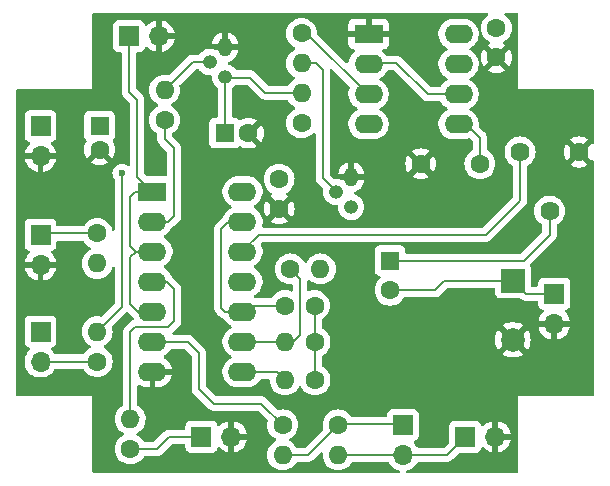
<source format=gbr>
%TF.GenerationSoftware,KiCad,Pcbnew,8.0.5*%
%TF.CreationDate,2024-10-07T08:20:55+01:00*%
%TF.ProjectId,GPS Rx PPS,47505320-5278-4205-9050-532e6b696361,0.1*%
%TF.SameCoordinates,Original*%
%TF.FileFunction,Copper,L2,Bot*%
%TF.FilePolarity,Positive*%
%FSLAX46Y46*%
G04 Gerber Fmt 4.6, Leading zero omitted, Abs format (unit mm)*
G04 Created by KiCad (PCBNEW 8.0.5) date 2024-10-07 08:20:55*
%MOMM*%
%LPD*%
G01*
G04 APERTURE LIST*
%TA.AperFunction,Conductor*%
%ADD10C,0.200000*%
%TD*%
%TA.AperFunction,ComponentPad*%
%ADD11R,1.700000X1.700000*%
%TD*%
%TA.AperFunction,ComponentPad*%
%ADD12O,1.700000X1.700000*%
%TD*%
%TA.AperFunction,ComponentPad*%
%ADD13C,1.600000*%
%TD*%
%TA.AperFunction,ComponentPad*%
%ADD14O,1.600000X1.600000*%
%TD*%
%TA.AperFunction,ComponentPad*%
%ADD15O,1.200000X1.600000*%
%TD*%
%TA.AperFunction,ComponentPad*%
%ADD16O,1.200000X1.200000*%
%TD*%
%TA.AperFunction,ComponentPad*%
%ADD17R,1.600000X1.600000*%
%TD*%
%TA.AperFunction,ComponentPad*%
%ADD18C,1.620000*%
%TD*%
%TA.AperFunction,ComponentPad*%
%ADD19R,2.000000X2.000000*%
%TD*%
%TA.AperFunction,ComponentPad*%
%ADD20C,2.000000*%
%TD*%
%TA.AperFunction,ComponentPad*%
%ADD21R,2.400000X1.600000*%
%TD*%
%TA.AperFunction,ComponentPad*%
%ADD22O,2.400000X1.600000*%
%TD*%
%TA.AperFunction,ViaPad*%
%ADD23C,0.600000*%
%TD*%
G04 APERTURE END LIST*
D10*
%TO.N,Net-(Q1-B)*%
X133100000Y-87100000D02*
X133150000Y-87100000D01*
X133200000Y-87100000D02*
X133100000Y-87100000D01*
%TO.N,Net-(C7-Pad1)*%
X165700000Y-99300000D02*
X165700000Y-97300000D01*
X152400000Y-101500000D02*
X163500000Y-101500000D01*
%TO.N,Net-(R8-Pad2)*%
X130200000Y-114700000D02*
X130200000Y-107500000D01*
%TO.N,Net-(Q1-C)*%
X141700000Y-87300000D02*
X144700000Y-87300000D01*
%TO.N,Net-(C7-Pad1)*%
X163500000Y-101500000D02*
X165700000Y-99300000D01*
%TO.N,Net-(RV1-Pad1)*%
X141100000Y-99300000D02*
X160300000Y-99300000D01*
%TO.N,~{ALARM}*%
X145200000Y-82300000D02*
X144700000Y-82300000D01*
%TO.N,Net-(Q2-B)*%
X146500000Y-85400000D02*
X146500000Y-94500000D01*
%TO.N,Net-(CON7-Pin_1)*%
X152200000Y-104000000D02*
X156000000Y-104000000D01*
%TO.N,Net-(R10-Pad1)*%
X136000000Y-109300000D02*
X136000000Y-112300000D01*
%TO.N,Net-(CON7-Pin_1)*%
X163700000Y-104300000D02*
X166100000Y-104300000D01*
%TO.N,Net-(R10-Pad1)*%
X136013189Y-112363189D02*
X137250000Y-113600000D01*
%TO.N,Net-(RV1-Pad1)*%
X163200000Y-96400000D02*
X163200000Y-92300000D01*
%TO.N,~{ALARM}*%
X129500000Y-94100000D02*
X129500000Y-105400000D01*
%TO.N,Net-(RV1-Pad1)*%
X160300000Y-99300000D02*
X163173345Y-96426655D01*
X139700000Y-100700000D02*
X141100000Y-99300000D01*
%TO.N,Net-(Q1-C)*%
X140352815Y-86000000D02*
X141647185Y-87294370D01*
%TO.N,Net-(CON2-Pin_1)*%
X122600000Y-99200000D02*
X127400000Y-99200000D01*
%TO.N,Net-(Q1-C)*%
X150400000Y-84800000D02*
X152800000Y-84800000D01*
%TO.N,Net-(CON7-Pin_1)*%
X162600000Y-103200000D02*
X163695135Y-104295135D01*
%TO.N,Net-(Q2-B)*%
X144700000Y-84800000D02*
X145900000Y-84800000D01*
%TO.N,Net-(CON7-Pin_1)*%
X156000000Y-104000000D02*
X156802680Y-103197320D01*
X156800000Y-103200000D02*
X162600000Y-103200000D01*
%TO.N,Net-(Q2-B)*%
X145900000Y-84800000D02*
X146500000Y-85400000D01*
%TO.N,Net-(R10-Pad1)*%
X141300000Y-113600000D02*
X143100000Y-115400000D01*
%TO.N,Net-(Q1-C)*%
X152809500Y-84809500D02*
X155398794Y-87398794D01*
X138250000Y-86000000D02*
X140300000Y-86000000D01*
%TO.N,~{ALARM}*%
X129500000Y-105400000D02*
X127400000Y-107500000D01*
%TO.N,Net-(R10-Pad1)*%
X137300000Y-113600000D02*
X141300000Y-113600000D01*
%TO.N,~{ALARM}*%
X150300000Y-87400000D02*
X145200000Y-82300000D01*
%TO.N,Net-(Q2-B)*%
X146500000Y-94500000D02*
X147700000Y-95700000D01*
%TO.N,Net-(Q1-C)*%
X155400000Y-87400000D02*
X158100000Y-87400000D01*
%TD*%
D11*
%TO.P,CON2,1,Pin_1*%
%TO.N,Net-(CON2-Pin_1)*%
X122600000Y-99300000D03*
D12*
%TO.P,CON2,2,Pin_2*%
%TO.N,GND*%
X122600000Y-101840000D03*
%TD*%
D11*
%TO.P,CON3,1,Pin_1*%
%TO.N,+5V*%
X122600000Y-107500000D03*
D12*
%TO.P,CON3,2,Pin_2*%
%TO.N,Net-(CON3-Pin_2)*%
X122600000Y-110040000D03*
%TD*%
D13*
%TO.P,R6,1*%
%TO.N,Net-(C6-Pad1)*%
X145845000Y-108400000D03*
D14*
%TO.P,R6,2*%
%TO.N,Net-(R6-Pad2)*%
X143305000Y-108400000D03*
%TD*%
D15*
%TO.P,Q2,1,E*%
%TO.N,GND*%
X148915276Y-94414724D03*
D16*
%TO.P,Q2,2,B*%
%TO.N,Net-(Q2-B)*%
X147645276Y-95684724D03*
%TO.P,Q2,3,C*%
%TO.N,Net-(Q2-C)*%
X148915276Y-96954724D03*
%TD*%
D13*
%TO.P,R4,1*%
%TO.N,Net-(CON3-Pin_2)*%
X127400000Y-110045000D03*
D14*
%TO.P,R4,2*%
%TO.N,~{ALARM}*%
X127400000Y-107505000D03*
%TD*%
D17*
%TO.P,C1,1*%
%TO.N,+5V*%
X127600000Y-90100000D03*
D13*
%TO.P,C1,2*%
%TO.N,GND*%
X127600000Y-92100000D03*
%TD*%
%TO.P,R9,1*%
%TO.N,Net-(C6-Pad1)*%
X145845000Y-111600000D03*
D14*
%TO.P,R9,2*%
%TO.N,Net-(R9-Pad2)*%
X143305000Y-111600000D03*
%TD*%
D11*
%TO.P,CON1,1,Pin_1*%
%TO.N,+5V*%
X122600000Y-90100000D03*
D12*
%TO.P,CON1,2,Pin_2*%
%TO.N,GND*%
X122600000Y-92640000D03*
%TD*%
D11*
%TO.P,J1,1,Pin_1*%
%TO.N,Net-(J1-Pin_1)*%
X153300000Y-115400000D03*
D12*
%TO.P,J1,2,Pin_2*%
%TO.N,Net-(CON6-Pin_1)*%
X153300000Y-117940000D03*
%TD*%
D13*
%TO.P,R10,1*%
%TO.N,Net-(R10-Pad1)*%
X143100000Y-115400000D03*
D14*
%TO.P,R10,2*%
%TO.N,Net-(J1-Pin_1)*%
X143100000Y-117940000D03*
%TD*%
D11*
%TO.P,CON4,1,Pin_1*%
%TO.N,Net-(CON4-Pin_1)*%
X130100000Y-82500000D03*
D12*
%TO.P,CON4,2,Pin_2*%
%TO.N,GND*%
X132640000Y-82500000D03*
%TD*%
D18*
%TO.P,RV1,1,1*%
%TO.N,Net-(RV1-Pad1)*%
X163200000Y-92300000D03*
%TO.P,RV1,2,2*%
%TO.N,Net-(C7-Pad1)*%
X165700000Y-97300000D03*
%TO.P,RV1,3,3*%
%TO.N,GND*%
X168200000Y-92300000D03*
%TD*%
D17*
%TO.P,C7,1*%
%TO.N,Net-(C7-Pad1)*%
X152200000Y-101500000D03*
D13*
%TO.P,C7,2*%
%TO.N,Net-(CON7-Pin_1)*%
X152200000Y-104000000D03*
%TD*%
%TO.P,R5,1*%
%TO.N,~{ALARM}*%
X144700000Y-82255000D03*
D14*
%TO.P,R5,2*%
%TO.N,Net-(Q2-B)*%
X144700000Y-84795000D03*
%TD*%
D13*
%TO.P,R3,1*%
%TO.N,+5V*%
X144700000Y-89845000D03*
D14*
%TO.P,R3,2*%
%TO.N,Net-(Q1-C)*%
X144700000Y-87305000D03*
%TD*%
D17*
%TO.P,C4,1*%
%TO.N,Net-(Q1-C)*%
X138200000Y-90700000D03*
D13*
%TO.P,C4,2*%
%TO.N,GND*%
X140200000Y-90700000D03*
%TD*%
%TO.P,R1,1*%
%TO.N,Net-(CON2-Pin_1)*%
X127400000Y-99200000D03*
D14*
%TO.P,R1,2*%
%TO.N,+5V*%
X127400000Y-101740000D03*
%TD*%
D13*
%TO.P,C5,1*%
%TO.N,Net-(U1-CV)*%
X159800000Y-93300000D03*
%TO.P,C5,2*%
%TO.N,GND*%
X154800000Y-93300000D03*
%TD*%
%TO.P,C6,1*%
%TO.N,Net-(C6-Pad1)*%
X145800000Y-105300000D03*
%TO.P,C6,2*%
%TO.N,Net-(C6-Pad2)*%
X143300000Y-105300000D03*
%TD*%
D19*
%TO.P,LS1,1,1*%
%TO.N,Net-(CON7-Pin_1)*%
X162600000Y-103200000D03*
D20*
%TO.P,LS1,2,2*%
%TO.N,GND*%
X162600000Y-108200000D03*
%TD*%
D13*
%TO.P,R2,1*%
%TO.N,PPS*%
X133100000Y-89600000D03*
D14*
%TO.P,R2,2*%
%TO.N,Net-(Q1-B)*%
X133100000Y-87060000D03*
%TD*%
D13*
%TO.P,C2,1*%
%TO.N,+5V*%
X142800000Y-94600000D03*
%TO.P,C2,2*%
%TO.N,GND*%
X142800000Y-97100000D03*
%TD*%
%TO.P,R11,1*%
%TO.N,Net-(J1-Pin_1)*%
X147800000Y-115400000D03*
D14*
%TO.P,R11,2*%
%TO.N,Net-(CON6-Pin_1)*%
X147800000Y-117940000D03*
%TD*%
D11*
%TO.P,CON5,1,Pin_1*%
%TO.N,Net-(CON5-Pin_1)*%
X136225000Y-116400000D03*
D12*
%TO.P,CON5,2,Pin_2*%
%TO.N,GND*%
X138765000Y-116400000D03*
%TD*%
D13*
%TO.P,R8,1*%
%TO.N,Net-(CON5-Pin_1)*%
X130200000Y-117440000D03*
D14*
%TO.P,R8,2*%
%TO.N,Net-(R8-Pad2)*%
X130200000Y-114900000D03*
%TD*%
D16*
%TO.P,Q1,3,C*%
%TO.N,Net-(Q1-C)*%
X138215276Y-85954724D03*
%TO.P,Q1,2,B*%
%TO.N,Net-(Q1-B)*%
X136945276Y-84684724D03*
D15*
%TO.P,Q1,1,E*%
%TO.N,GND*%
X138215276Y-83414724D03*
%TD*%
D11*
%TO.P,CON7,1,Pin_1*%
%TO.N,Net-(CON7-Pin_1)*%
X166100000Y-104300000D03*
D12*
%TO.P,CON7,2,Pin_2*%
%TO.N,GND*%
X166100000Y-106840000D03*
%TD*%
D13*
%TO.P,C3,1*%
%TO.N,+5V*%
X161200000Y-81800000D03*
%TO.P,C3,2*%
%TO.N,GND*%
X161200000Y-84300000D03*
%TD*%
%TO.P,R7,1*%
%TO.N,Net-(R6-Pad2)*%
X143755000Y-102200000D03*
D14*
%TO.P,R7,2*%
%TO.N,Net-(Q2-C)*%
X146295000Y-102200000D03*
%TD*%
D11*
%TO.P,CON6,1,Pin_1*%
%TO.N,Net-(CON6-Pin_1)*%
X158560000Y-116400000D03*
D12*
%TO.P,CON6,2,Pin_2*%
%TO.N,GND*%
X161100000Y-116400000D03*
%TD*%
D21*
%TO.P,U1,1,GND*%
%TO.N,GND*%
X150375000Y-82300000D03*
D22*
%TO.P,U1,2,TR*%
%TO.N,Net-(Q1-C)*%
X150375000Y-84840000D03*
%TO.P,U1,3,Q*%
%TO.N,~{ALARM}*%
X150375000Y-87380000D03*
%TO.P,U1,4,R*%
%TO.N,+5V*%
X150375000Y-89920000D03*
%TO.P,U1,5,CV*%
%TO.N,Net-(U1-CV)*%
X157995000Y-89920000D03*
%TO.P,U1,6,THR*%
%TO.N,Net-(Q1-C)*%
X157995000Y-87380000D03*
%TO.P,U1,7,DIS*%
%TO.N,unconnected-(U1-DIS-Pad7)*%
X157995000Y-84840000D03*
%TO.P,U1,8,VCC*%
%TO.N,+5V*%
X157995000Y-82300000D03*
%TD*%
D21*
%TO.P,U2,1*%
%TO.N,Net-(CON4-Pin_1)*%
X132080000Y-95660000D03*
D22*
%TO.P,U2,2*%
%TO.N,PPS*%
X132080000Y-98200000D03*
%TO.P,U2,3*%
%TO.N,Net-(CON4-Pin_1)*%
X132080000Y-100740000D03*
%TO.P,U2,4*%
%TO.N,Net-(R8-Pad2)*%
X132080000Y-103280000D03*
%TO.P,U2,5*%
%TO.N,Net-(CON4-Pin_1)*%
X132080000Y-105820000D03*
%TO.P,U2,6*%
%TO.N,Net-(R10-Pad1)*%
X132080000Y-108360000D03*
%TO.P,U2,7,GND*%
%TO.N,GND*%
X132080000Y-110900000D03*
%TO.P,U2,8*%
%TO.N,Net-(R9-Pad2)*%
X139700000Y-110900000D03*
%TO.P,U2,9*%
%TO.N,Net-(R6-Pad2)*%
X139700000Y-108360000D03*
%TO.P,U2,10*%
%TO.N,Net-(C6-Pad2)*%
X139700000Y-105820000D03*
%TO.P,U2,11*%
%TO.N,Net-(R9-Pad2)*%
X139700000Y-103280000D03*
%TO.P,U2,12*%
%TO.N,Net-(RV1-Pad1)*%
X139700000Y-100740000D03*
%TO.P,U2,13*%
%TO.N,Net-(C6-Pad2)*%
X139700000Y-98200000D03*
%TO.P,U2,14,VCC*%
%TO.N,+5V*%
X139700000Y-95660000D03*
%TD*%
D23*
%TO.N,~{ALARM}*%
X129500000Y-94100000D03*
%TD*%
D10*
%TO.N,Net-(CON5-Pin_1)*%
X133500000Y-116400000D02*
X136225000Y-116400000D01*
X130200000Y-117440000D02*
X132460000Y-117440000D01*
X132460000Y-117440000D02*
X133500000Y-116400000D01*
%TO.N,PPS*%
X133900000Y-97700000D02*
X133400000Y-98200000D01*
X133100000Y-91200000D02*
X133900000Y-92000000D01*
X133900000Y-92000000D02*
X133900000Y-97700000D01*
X133400000Y-98200000D02*
X132080000Y-98200000D01*
X133100000Y-89600000D02*
X133100000Y-91200000D01*
%TO.N,Net-(Q1-B)*%
X133100000Y-87060000D02*
X135475276Y-84684724D01*
X135475276Y-84684724D02*
X136945276Y-84684724D01*
%TO.N,Net-(CON4-Pin_1)*%
X130200000Y-96100000D02*
X130640000Y-95660000D01*
X130660000Y-100740000D02*
X130200000Y-100280000D01*
X130200000Y-100280000D02*
X130200000Y-96100000D01*
X130640000Y-95660000D02*
X132080000Y-95660000D01*
X132080000Y-100740000D02*
X130660000Y-100740000D01*
X130820000Y-105820000D02*
X132080000Y-105820000D01*
X130200000Y-105200000D02*
X130820000Y-105820000D01*
X130660000Y-100740000D02*
X130200000Y-101200000D01*
X130200000Y-101200000D02*
X130200000Y-105200000D01*
%TO.N,Net-(R8-Pad2)*%
X133900000Y-106600000D02*
X133900000Y-103900000D01*
X133400000Y-107100000D02*
X133900000Y-106600000D01*
X133900000Y-103900000D02*
X133280000Y-103280000D01*
X130600000Y-107100000D02*
X133400000Y-107100000D01*
X130200000Y-107500000D02*
X130600000Y-107100000D01*
X133280000Y-103280000D02*
X132080000Y-103280000D01*
%TO.N,Net-(R10-Pad1)*%
X135060000Y-108360000D02*
X132080000Y-108360000D01*
%TO.N,Net-(CON4-Pin_1)*%
X132080000Y-105820000D02*
X132080000Y-105235635D01*
X132985685Y-96000000D02*
X132362842Y-95377157D01*
%TO.N,Net-(Q1-C)*%
X150400000Y-84865000D02*
X150375000Y-84840000D01*
X150400000Y-84900000D02*
X150400000Y-84865000D01*
X138200000Y-85783312D02*
X138200000Y-90400000D01*
%TO.N,Net-(U1-CV)*%
X159800000Y-93300000D02*
X159800000Y-91100000D01*
X158620000Y-89920000D02*
X157995000Y-89920000D01*
X159800000Y-91100000D02*
X158620000Y-89920000D01*
%TO.N,Net-(CON3-Pin_2)*%
X127395000Y-110040000D02*
X127400000Y-110045000D01*
X122600000Y-110040000D02*
X127395000Y-110040000D01*
%TO.N,Net-(CON4-Pin_1)*%
X130800000Y-94380000D02*
X132080000Y-95660000D01*
X130100000Y-82500000D02*
X130100000Y-87200000D01*
X130800000Y-87900000D02*
X130800000Y-94380000D01*
X130100000Y-87200000D02*
X130800000Y-87900000D01*
%TO.N,GND*%
X138700000Y-117900000D02*
X138700000Y-116465000D01*
X138700000Y-116465000D02*
X138765000Y-116400000D01*
%TO.N,Net-(CON6-Pin_1)*%
X147920000Y-117940000D02*
X147860000Y-118000000D01*
X158560000Y-116400000D02*
X157020000Y-117940000D01*
X157020000Y-117940000D02*
X153300000Y-117940000D01*
X153300000Y-117940000D02*
X147920000Y-117940000D01*
%TO.N,Net-(J1-Pin_1)*%
X143000000Y-117940000D02*
X145260000Y-117940000D01*
X153100000Y-115325000D02*
X147875000Y-115325000D01*
X145260000Y-117940000D02*
X147800000Y-115400000D01*
X147875000Y-115325000D02*
X147800000Y-115400000D01*
%TO.N,Net-(R8-Pad2)*%
X130900000Y-114805000D02*
X130500000Y-114405000D01*
%TO.N,Net-(R10-Pad1)*%
X135060000Y-108360000D02*
X136000000Y-109300000D01*
%TO.N,Net-(C6-Pad1)*%
X145800000Y-108355000D02*
X145845000Y-108400000D01*
X145845000Y-111600000D02*
X145845000Y-108400000D01*
X145800000Y-105300000D02*
X145800000Y-108355000D01*
%TO.N,Net-(C6-Pad2)*%
X143300000Y-105300000D02*
X140220000Y-105300000D01*
X139700000Y-98200000D02*
X138500000Y-98200000D01*
X138500000Y-98200000D02*
X137900000Y-98800000D01*
X138220000Y-105820000D02*
X139700000Y-105820000D01*
X137900000Y-98800000D02*
X137900000Y-105500000D01*
X140220000Y-105300000D02*
X139700000Y-105820000D01*
X137900000Y-105500000D02*
X138220000Y-105820000D01*
%TO.N,Net-(R6-Pad2)*%
X143305000Y-108400000D02*
X144000000Y-108400000D01*
X140100000Y-108360000D02*
X143265000Y-108360000D01*
X144600000Y-107800000D02*
X144600000Y-103045000D01*
X144600000Y-103045000D02*
X143755000Y-102200000D01*
X144000000Y-108400000D02*
X144600000Y-107800000D01*
X143265000Y-108360000D02*
X143305000Y-108400000D01*
%TO.N,Net-(R9-Pad2)*%
X140100000Y-110900000D02*
X142605000Y-110900000D01*
X142605000Y-110900000D02*
X143305000Y-111600000D01*
%TD*%
%TA.AperFunction,Conductor*%
%TO.N,GND*%
G36*
X160462287Y-80520185D02*
G01*
X160508042Y-80572989D01*
X160517986Y-80642147D01*
X160488961Y-80705703D01*
X160466371Y-80726075D01*
X160360858Y-80799954D01*
X160199954Y-80960858D01*
X160069432Y-81147265D01*
X160069431Y-81147267D01*
X159973261Y-81353502D01*
X159973258Y-81353511D01*
X159914366Y-81573302D01*
X159914364Y-81573313D01*
X159894532Y-81799998D01*
X159894532Y-81800002D01*
X159908485Y-81959488D01*
X159895898Y-82022112D01*
X159917547Y-82046386D01*
X159925275Y-82067410D01*
X159973259Y-82246491D01*
X159973261Y-82246497D01*
X160069431Y-82452732D01*
X160069432Y-82452734D01*
X160199954Y-82639141D01*
X160360858Y-82800045D01*
X160360861Y-82800047D01*
X160547266Y-82930568D01*
X160562975Y-82937893D01*
X160615414Y-82984064D01*
X160634567Y-83051257D01*
X160614352Y-83118138D01*
X160562979Y-83162656D01*
X160547514Y-83169867D01*
X160547512Y-83169868D01*
X160474526Y-83220973D01*
X160474526Y-83220974D01*
X161153553Y-83900000D01*
X161147339Y-83900000D01*
X161045606Y-83927259D01*
X160954394Y-83979920D01*
X160879920Y-84054394D01*
X160827259Y-84145606D01*
X160800000Y-84247339D01*
X160800000Y-84253552D01*
X160120974Y-83574526D01*
X160120973Y-83574526D01*
X160069868Y-83647512D01*
X160069866Y-83647516D01*
X159973734Y-83853673D01*
X159973730Y-83853682D01*
X159914860Y-84073389D01*
X159914858Y-84073400D01*
X159895034Y-84299997D01*
X159895034Y-84300002D01*
X159914858Y-84526599D01*
X159914860Y-84526610D01*
X159973730Y-84746317D01*
X159973735Y-84746331D01*
X160069863Y-84952478D01*
X160120974Y-85025472D01*
X160800000Y-84346446D01*
X160800000Y-84352661D01*
X160827259Y-84454394D01*
X160879920Y-84545606D01*
X160954394Y-84620080D01*
X161045606Y-84672741D01*
X161147339Y-84700000D01*
X161153553Y-84700000D01*
X160474526Y-85379025D01*
X160547513Y-85430132D01*
X160547521Y-85430136D01*
X160753668Y-85526264D01*
X160753682Y-85526269D01*
X160973389Y-85585139D01*
X160973400Y-85585141D01*
X161199998Y-85604966D01*
X161200002Y-85604966D01*
X161426599Y-85585141D01*
X161426610Y-85585139D01*
X161646317Y-85526269D01*
X161646331Y-85526264D01*
X161852478Y-85430136D01*
X161925471Y-85379024D01*
X161246447Y-84700000D01*
X161252661Y-84700000D01*
X161354394Y-84672741D01*
X161445606Y-84620080D01*
X161520080Y-84545606D01*
X161572741Y-84454394D01*
X161600000Y-84352661D01*
X161600000Y-84346447D01*
X162279024Y-85025471D01*
X162330136Y-84952478D01*
X162426264Y-84746331D01*
X162426269Y-84746317D01*
X162485139Y-84526610D01*
X162485141Y-84526599D01*
X162504966Y-84300002D01*
X162504966Y-84299997D01*
X162485141Y-84073400D01*
X162485139Y-84073389D01*
X162426269Y-83853682D01*
X162426264Y-83853668D01*
X162330136Y-83647521D01*
X162330132Y-83647513D01*
X162279025Y-83574526D01*
X161600000Y-84253551D01*
X161600000Y-84247339D01*
X161572741Y-84145606D01*
X161520080Y-84054394D01*
X161445606Y-83979920D01*
X161354394Y-83927259D01*
X161252661Y-83900000D01*
X161246448Y-83900000D01*
X161925472Y-83220974D01*
X161852480Y-83169864D01*
X161837024Y-83162657D01*
X161784585Y-83116484D01*
X161765433Y-83049290D01*
X161785649Y-82982409D01*
X161837023Y-82937893D01*
X161852734Y-82930568D01*
X162039139Y-82800047D01*
X162200047Y-82639139D01*
X162330568Y-82452734D01*
X162426739Y-82246496D01*
X162485635Y-82026692D01*
X162505468Y-81800000D01*
X162485635Y-81573308D01*
X162426739Y-81353504D01*
X162330568Y-81147266D01*
X162200047Y-80960861D01*
X162200045Y-80960858D01*
X162039141Y-80799954D01*
X161933629Y-80726075D01*
X161890004Y-80671499D01*
X161882810Y-80602001D01*
X161914332Y-80539646D01*
X161974562Y-80504231D01*
X162004752Y-80500500D01*
X162876000Y-80500500D01*
X162943039Y-80520185D01*
X162988794Y-80572989D01*
X163000000Y-80624500D01*
X163000000Y-87000000D01*
X169375500Y-87000000D01*
X169442539Y-87019685D01*
X169488294Y-87072489D01*
X169499500Y-87124000D01*
X169499500Y-91478685D01*
X169479815Y-91545724D01*
X169427011Y-91591479D01*
X169357853Y-91601423D01*
X169294297Y-91572398D01*
X169290044Y-91567682D01*
X169286205Y-91567346D01*
X168642137Y-92211414D01*
X168619333Y-92126306D01*
X168560090Y-92023694D01*
X168476306Y-91939910D01*
X168373694Y-91880667D01*
X168288585Y-91857862D01*
X168932652Y-91213794D01*
X168857499Y-91161171D01*
X168649759Y-91064301D01*
X168649750Y-91064297D01*
X168428353Y-91004975D01*
X168428343Y-91004973D01*
X168200001Y-90984996D01*
X168199999Y-90984996D01*
X167971656Y-91004973D01*
X167971646Y-91004975D01*
X167750249Y-91064297D01*
X167750240Y-91064301D01*
X167542502Y-91161171D01*
X167467346Y-91213794D01*
X168111414Y-91857861D01*
X168026306Y-91880667D01*
X167923694Y-91939910D01*
X167839910Y-92023694D01*
X167780667Y-92126306D01*
X167757862Y-92211414D01*
X167113794Y-91567346D01*
X167061171Y-91642502D01*
X166964301Y-91850240D01*
X166964297Y-91850249D01*
X166904975Y-92071646D01*
X166904973Y-92071656D01*
X166884996Y-92299999D01*
X166884996Y-92300000D01*
X166904973Y-92528343D01*
X166904975Y-92528353D01*
X166964297Y-92749750D01*
X166964301Y-92749759D01*
X167061171Y-92957499D01*
X167113794Y-93032652D01*
X167757861Y-92388584D01*
X167780667Y-92473694D01*
X167839910Y-92576306D01*
X167923694Y-92660090D01*
X168026306Y-92719333D01*
X168111414Y-92742137D01*
X167467346Y-93386205D01*
X167542494Y-93438825D01*
X167542498Y-93438827D01*
X167750240Y-93535698D01*
X167750249Y-93535702D01*
X167971646Y-93595024D01*
X167971656Y-93595026D01*
X168199999Y-93615004D01*
X168200001Y-93615004D01*
X168428343Y-93595026D01*
X168428353Y-93595024D01*
X168649750Y-93535702D01*
X168649759Y-93535698D01*
X168857503Y-93438826D01*
X168932651Y-93386204D01*
X168288585Y-92742138D01*
X168373694Y-92719333D01*
X168476306Y-92660090D01*
X168560090Y-92576306D01*
X168619333Y-92473694D01*
X168642138Y-92388585D01*
X169286204Y-93032652D01*
X169297050Y-93031703D01*
X169328503Y-93006563D01*
X169398002Y-92999371D01*
X169460356Y-93030894D01*
X169495769Y-93091124D01*
X169499500Y-93121312D01*
X169499500Y-112876000D01*
X169479815Y-112943039D01*
X169427011Y-112988794D01*
X169375500Y-113000000D01*
X163000000Y-113000000D01*
X163000000Y-119375500D01*
X162980315Y-119442539D01*
X162927511Y-119488294D01*
X162876000Y-119499500D01*
X153639672Y-119499500D01*
X153572633Y-119479815D01*
X153526878Y-119427011D01*
X153516934Y-119357853D01*
X153545959Y-119294297D01*
X153604737Y-119256523D01*
X153607579Y-119255725D01*
X153719878Y-119225635D01*
X153763663Y-119213903D01*
X153977830Y-119114035D01*
X154171401Y-118978495D01*
X154338495Y-118811401D01*
X154474035Y-118617830D01*
X154476707Y-118612097D01*
X154522878Y-118559658D01*
X154589091Y-118540500D01*
X156933331Y-118540500D01*
X156933347Y-118540501D01*
X156940943Y-118540501D01*
X157099054Y-118540501D01*
X157099057Y-118540501D01*
X157251785Y-118499577D01*
X157301904Y-118470639D01*
X157388716Y-118420520D01*
X157500520Y-118308716D01*
X157500520Y-118308714D01*
X157510728Y-118298507D01*
X157510730Y-118298504D01*
X158022416Y-117786818D01*
X158083739Y-117753333D01*
X158110097Y-117750499D01*
X159457871Y-117750499D01*
X159457872Y-117750499D01*
X159517483Y-117744091D01*
X159652331Y-117693796D01*
X159767546Y-117607546D01*
X159853796Y-117492331D01*
X159903002Y-117360401D01*
X159944872Y-117304468D01*
X160010337Y-117280050D01*
X160078610Y-117294901D01*
X160106865Y-117316053D01*
X160228917Y-117438105D01*
X160422421Y-117573600D01*
X160636507Y-117673429D01*
X160636516Y-117673433D01*
X160850000Y-117730634D01*
X160850000Y-116833012D01*
X160907007Y-116865925D01*
X161034174Y-116900000D01*
X161165826Y-116900000D01*
X161292993Y-116865925D01*
X161350000Y-116833012D01*
X161350000Y-117730633D01*
X161563483Y-117673433D01*
X161563492Y-117673429D01*
X161777578Y-117573600D01*
X161971082Y-117438105D01*
X162138105Y-117271082D01*
X162273600Y-117077578D01*
X162373429Y-116863492D01*
X162373432Y-116863486D01*
X162430636Y-116650000D01*
X161533012Y-116650000D01*
X161565925Y-116592993D01*
X161600000Y-116465826D01*
X161600000Y-116334174D01*
X161565925Y-116207007D01*
X161533012Y-116150000D01*
X162430636Y-116150000D01*
X162430635Y-116149999D01*
X162373432Y-115936513D01*
X162373429Y-115936507D01*
X162273600Y-115722422D01*
X162273599Y-115722420D01*
X162138113Y-115528926D01*
X162138108Y-115528920D01*
X161971082Y-115361894D01*
X161777578Y-115226399D01*
X161563492Y-115126570D01*
X161563486Y-115126567D01*
X161350000Y-115069364D01*
X161350000Y-115966988D01*
X161292993Y-115934075D01*
X161165826Y-115900000D01*
X161034174Y-115900000D01*
X160907007Y-115934075D01*
X160850000Y-115966988D01*
X160850000Y-115069364D01*
X160849999Y-115069364D01*
X160636513Y-115126567D01*
X160636507Y-115126570D01*
X160422422Y-115226399D01*
X160422420Y-115226400D01*
X160228926Y-115361886D01*
X160106865Y-115483947D01*
X160045542Y-115517431D01*
X159975850Y-115512447D01*
X159919917Y-115470575D01*
X159903002Y-115439598D01*
X159888233Y-115400001D01*
X159853796Y-115307669D01*
X159853795Y-115307668D01*
X159853793Y-115307664D01*
X159767547Y-115192455D01*
X159767544Y-115192452D01*
X159652335Y-115106206D01*
X159652328Y-115106202D01*
X159517482Y-115055908D01*
X159517483Y-115055908D01*
X159457883Y-115049501D01*
X159457881Y-115049500D01*
X159457873Y-115049500D01*
X159457864Y-115049500D01*
X157662129Y-115049500D01*
X157662123Y-115049501D01*
X157602516Y-115055908D01*
X157467671Y-115106202D01*
X157467664Y-115106206D01*
X157352455Y-115192452D01*
X157352452Y-115192455D01*
X157266206Y-115307664D01*
X157266202Y-115307671D01*
X157215908Y-115442517D01*
X157209501Y-115502116D01*
X157209500Y-115502135D01*
X157209500Y-116849902D01*
X157189815Y-116916941D01*
X157173181Y-116937583D01*
X156807584Y-117303181D01*
X156746261Y-117336666D01*
X156719903Y-117339500D01*
X154589091Y-117339500D01*
X154522052Y-117319815D01*
X154476711Y-117267909D01*
X154474037Y-117262175D01*
X154474034Y-117262170D01*
X154338496Y-117068600D01*
X154290081Y-117020185D01*
X154216567Y-116946671D01*
X154183084Y-116885351D01*
X154188068Y-116815659D01*
X154229939Y-116759725D01*
X154260915Y-116742810D01*
X154392331Y-116693796D01*
X154507546Y-116607546D01*
X154593796Y-116492331D01*
X154644091Y-116357483D01*
X154650500Y-116297873D01*
X154650499Y-114502128D01*
X154644091Y-114442517D01*
X154593796Y-114307669D01*
X154593795Y-114307668D01*
X154593793Y-114307664D01*
X154507547Y-114192455D01*
X154507544Y-114192452D01*
X154392335Y-114106206D01*
X154392328Y-114106202D01*
X154257482Y-114055908D01*
X154257483Y-114055908D01*
X154197883Y-114049501D01*
X154197881Y-114049500D01*
X154197873Y-114049500D01*
X154197864Y-114049500D01*
X152402129Y-114049500D01*
X152402123Y-114049501D01*
X152342516Y-114055908D01*
X152207671Y-114106202D01*
X152207664Y-114106206D01*
X152092455Y-114192452D01*
X152092452Y-114192455D01*
X152006206Y-114307664D01*
X152006202Y-114307671D01*
X151955908Y-114442517D01*
X151949501Y-114502116D01*
X151949501Y-114502123D01*
X151949500Y-114502135D01*
X151949500Y-114600500D01*
X151929815Y-114667539D01*
X151877011Y-114713294D01*
X151825500Y-114724500D01*
X148979178Y-114724500D01*
X148912139Y-114704815D01*
X148877603Y-114671623D01*
X148800045Y-114560858D01*
X148639141Y-114399954D01*
X148452734Y-114269432D01*
X148452732Y-114269431D01*
X148246497Y-114173261D01*
X148246488Y-114173258D01*
X148026697Y-114114366D01*
X148026693Y-114114365D01*
X148026692Y-114114365D01*
X148026691Y-114114364D01*
X148026686Y-114114364D01*
X147800002Y-114094532D01*
X147799998Y-114094532D01*
X147573313Y-114114364D01*
X147573302Y-114114366D01*
X147353511Y-114173258D01*
X147353502Y-114173261D01*
X147147267Y-114269431D01*
X147147265Y-114269432D01*
X146960858Y-114399954D01*
X146799954Y-114560858D01*
X146669432Y-114747265D01*
X146669431Y-114747267D01*
X146573261Y-114953502D01*
X146573258Y-114953511D01*
X146514366Y-115173302D01*
X146514364Y-115173313D01*
X146494532Y-115399998D01*
X146494532Y-115400001D01*
X146514364Y-115626686D01*
X146514366Y-115626697D01*
X146540152Y-115722931D01*
X146538489Y-115792781D01*
X146508058Y-115842705D01*
X145047584Y-117303181D01*
X144986261Y-117336666D01*
X144959903Y-117339500D01*
X144331692Y-117339500D01*
X144264653Y-117319815D01*
X144230119Y-117286625D01*
X144100047Y-117100861D01*
X144100045Y-117100858D01*
X143939141Y-116939954D01*
X143752734Y-116809432D01*
X143752728Y-116809429D01*
X143703820Y-116786623D01*
X143694724Y-116782381D01*
X143642285Y-116736210D01*
X143623133Y-116669017D01*
X143643348Y-116602135D01*
X143694725Y-116557618D01*
X143752734Y-116530568D01*
X143939139Y-116400047D01*
X144100047Y-116239139D01*
X144230568Y-116052734D01*
X144326739Y-115846496D01*
X144385635Y-115626692D01*
X144405468Y-115400000D01*
X144402133Y-115361886D01*
X144387310Y-115192454D01*
X144385635Y-115173308D01*
X144326739Y-114953504D01*
X144230568Y-114747266D01*
X144107001Y-114570792D01*
X144100045Y-114560858D01*
X143939141Y-114399954D01*
X143752734Y-114269432D01*
X143752732Y-114269431D01*
X143546497Y-114173261D01*
X143546488Y-114173258D01*
X143326697Y-114114366D01*
X143326693Y-114114365D01*
X143326692Y-114114365D01*
X143326691Y-114114364D01*
X143326686Y-114114364D01*
X143100002Y-114094532D01*
X143099998Y-114094532D01*
X142873313Y-114114364D01*
X142873302Y-114114366D01*
X142777067Y-114140152D01*
X142707217Y-114138489D01*
X142657293Y-114108058D01*
X141787590Y-113238355D01*
X141787588Y-113238352D01*
X141668717Y-113119481D01*
X141668716Y-113119480D01*
X141581904Y-113069360D01*
X141581904Y-113069359D01*
X141581900Y-113069358D01*
X141531785Y-113040423D01*
X141379057Y-112999499D01*
X141220943Y-112999499D01*
X141213347Y-112999499D01*
X141213331Y-112999500D01*
X137550097Y-112999500D01*
X137483058Y-112979815D01*
X137462416Y-112963181D01*
X136636819Y-112137584D01*
X136603334Y-112076261D01*
X136600500Y-112049903D01*
X136600500Y-109389060D01*
X136600501Y-109389047D01*
X136600501Y-109220944D01*
X136600501Y-109220943D01*
X136559577Y-109068216D01*
X136546146Y-109044953D01*
X136480524Y-108931290D01*
X136480518Y-108931282D01*
X136054281Y-108505045D01*
X135547589Y-107998354D01*
X135547588Y-107998352D01*
X135428717Y-107879481D01*
X135428716Y-107879480D01*
X135341904Y-107829360D01*
X135341904Y-107829359D01*
X135341900Y-107829358D01*
X135291785Y-107800423D01*
X135139057Y-107759499D01*
X134980943Y-107759499D01*
X134973347Y-107759499D01*
X134973331Y-107759500D01*
X133889099Y-107759500D01*
X133822060Y-107739815D01*
X133776305Y-107687011D01*
X133766361Y-107617853D01*
X133795386Y-107554297D01*
X133801417Y-107547819D01*
X133844238Y-107504998D01*
X133880520Y-107468716D01*
X133880521Y-107468714D01*
X134380520Y-106968716D01*
X134459577Y-106831784D01*
X134500501Y-106679057D01*
X134500501Y-106520942D01*
X134500501Y-106513347D01*
X134500500Y-106513329D01*
X134500500Y-105579054D01*
X137299498Y-105579054D01*
X137340423Y-105731786D01*
X137340424Y-105731787D01*
X137368560Y-105780520D01*
X137419480Y-105868716D01*
X137419482Y-105868718D01*
X137538349Y-105987585D01*
X137538355Y-105987590D01*
X137735139Y-106184374D01*
X137735149Y-106184385D01*
X137739479Y-106188715D01*
X137739480Y-106188716D01*
X137851284Y-106300520D01*
X137851286Y-106300521D01*
X137851290Y-106300524D01*
X137982909Y-106376513D01*
X137988216Y-106379577D01*
X138093057Y-106407669D01*
X138093059Y-106407670D01*
X138093826Y-106407875D01*
X138153514Y-106444194D01*
X138172308Y-106471377D01*
X138187714Y-106501613D01*
X138308028Y-106667213D01*
X138452786Y-106811971D01*
X138581969Y-106905826D01*
X138618390Y-106932287D01*
X138689886Y-106968716D01*
X138711080Y-106979515D01*
X138761876Y-107027490D01*
X138778671Y-107095311D01*
X138756134Y-107161446D01*
X138711080Y-107200485D01*
X138618386Y-107247715D01*
X138452786Y-107368028D01*
X138308028Y-107512786D01*
X138187715Y-107678386D01*
X138094781Y-107860776D01*
X138031522Y-108055465D01*
X137999500Y-108257648D01*
X137999500Y-108462351D01*
X138031522Y-108664534D01*
X138094781Y-108859223D01*
X138131498Y-108931282D01*
X138182865Y-109032096D01*
X138187715Y-109041613D01*
X138308028Y-109207213D01*
X138452786Y-109351971D01*
X138573262Y-109439500D01*
X138618390Y-109472287D01*
X138709840Y-109518883D01*
X138711080Y-109519515D01*
X138761876Y-109567490D01*
X138778671Y-109635311D01*
X138756134Y-109701446D01*
X138711080Y-109740485D01*
X138618386Y-109787715D01*
X138452786Y-109908028D01*
X138308028Y-110052786D01*
X138187715Y-110218386D01*
X138094781Y-110400776D01*
X138031522Y-110595465D01*
X137999500Y-110797648D01*
X137999500Y-111002351D01*
X138031522Y-111204534D01*
X138094781Y-111399223D01*
X138146385Y-111500500D01*
X138183320Y-111572989D01*
X138187715Y-111581613D01*
X138308028Y-111747213D01*
X138452786Y-111891971D01*
X138585677Y-111988520D01*
X138618390Y-112012287D01*
X138734607Y-112071503D01*
X138800776Y-112105218D01*
X138800778Y-112105218D01*
X138800781Y-112105220D01*
X138855912Y-112123133D01*
X138995465Y-112168477D01*
X139096557Y-112184488D01*
X139197648Y-112200500D01*
X139197649Y-112200500D01*
X140202351Y-112200500D01*
X140202352Y-112200500D01*
X140404534Y-112168477D01*
X140599219Y-112105220D01*
X140781610Y-112012287D01*
X140874590Y-111944732D01*
X140947213Y-111891971D01*
X140947215Y-111891968D01*
X140947219Y-111891966D01*
X141091966Y-111747219D01*
X141091968Y-111747215D01*
X141091971Y-111747213D01*
X141212284Y-111581614D01*
X141212285Y-111581613D01*
X141212287Y-111581610D01*
X141219117Y-111568204D01*
X141267091Y-111517409D01*
X141329602Y-111500500D01*
X141877202Y-111500500D01*
X141944241Y-111520185D01*
X141989996Y-111572989D01*
X142000730Y-111613693D01*
X142019364Y-111826686D01*
X142019366Y-111826697D01*
X142078258Y-112046488D01*
X142078261Y-112046497D01*
X142174431Y-112252732D01*
X142174432Y-112252734D01*
X142304954Y-112439141D01*
X142465858Y-112600045D01*
X142465861Y-112600047D01*
X142652266Y-112730568D01*
X142858504Y-112826739D01*
X143078308Y-112885635D01*
X143240230Y-112899801D01*
X143304998Y-112905468D01*
X143305000Y-112905468D01*
X143305002Y-112905468D01*
X143361673Y-112900509D01*
X143531692Y-112885635D01*
X143751496Y-112826739D01*
X143957734Y-112730568D01*
X144144139Y-112600047D01*
X144305047Y-112439139D01*
X144435568Y-112252734D01*
X144462618Y-112194724D01*
X144508790Y-112142285D01*
X144575983Y-112123133D01*
X144642865Y-112143348D01*
X144687382Y-112194725D01*
X144714429Y-112252728D01*
X144714432Y-112252734D01*
X144844954Y-112439141D01*
X145005858Y-112600045D01*
X145005861Y-112600047D01*
X145192266Y-112730568D01*
X145398504Y-112826739D01*
X145618308Y-112885635D01*
X145780230Y-112899801D01*
X145844998Y-112905468D01*
X145845000Y-112905468D01*
X145845002Y-112905468D01*
X145901673Y-112900509D01*
X146071692Y-112885635D01*
X146291496Y-112826739D01*
X146497734Y-112730568D01*
X146684139Y-112600047D01*
X146845047Y-112439139D01*
X146975568Y-112252734D01*
X147071739Y-112046496D01*
X147130635Y-111826692D01*
X147150468Y-111600000D01*
X147148859Y-111581614D01*
X147132590Y-111395659D01*
X147130635Y-111373308D01*
X147071739Y-111153504D01*
X146975568Y-110947266D01*
X146845047Y-110760861D01*
X146845045Y-110760858D01*
X146684140Y-110599953D01*
X146498377Y-110469881D01*
X146454752Y-110415304D01*
X146445500Y-110368306D01*
X146445500Y-109631692D01*
X146465185Y-109564653D01*
X146498374Y-109530119D01*
X146684139Y-109400047D01*
X146845047Y-109239139D01*
X146975568Y-109052734D01*
X147071739Y-108846496D01*
X147130635Y-108626692D01*
X147150468Y-108400000D01*
X147132970Y-108199994D01*
X161094859Y-108199994D01*
X161094859Y-108200005D01*
X161115385Y-108447729D01*
X161115387Y-108447738D01*
X161176412Y-108688717D01*
X161276266Y-108916364D01*
X161376564Y-109069882D01*
X162117037Y-108329409D01*
X162134075Y-108392993D01*
X162199901Y-108507007D01*
X162292993Y-108600099D01*
X162407007Y-108665925D01*
X162470590Y-108682962D01*
X161729942Y-109423609D01*
X161776768Y-109460055D01*
X161776770Y-109460056D01*
X161995385Y-109578364D01*
X161995396Y-109578369D01*
X162230506Y-109659083D01*
X162475707Y-109700000D01*
X162724293Y-109700000D01*
X162969493Y-109659083D01*
X163204603Y-109578369D01*
X163204614Y-109578364D01*
X163423228Y-109460057D01*
X163423231Y-109460055D01*
X163470056Y-109423609D01*
X162729409Y-108682962D01*
X162792993Y-108665925D01*
X162907007Y-108600099D01*
X163000099Y-108507007D01*
X163065925Y-108392993D01*
X163082962Y-108329410D01*
X163823434Y-109069882D01*
X163923731Y-108916369D01*
X164023587Y-108688717D01*
X164084612Y-108447738D01*
X164084614Y-108447729D01*
X164105141Y-108200005D01*
X164105141Y-108199994D01*
X164084614Y-107952270D01*
X164084612Y-107952261D01*
X164023587Y-107711282D01*
X163923731Y-107483630D01*
X163823434Y-107330116D01*
X163082962Y-108070589D01*
X163065925Y-108007007D01*
X163000099Y-107892993D01*
X162907007Y-107799901D01*
X162792993Y-107734075D01*
X162729410Y-107717037D01*
X163470057Y-106976390D01*
X163470056Y-106976389D01*
X163423229Y-106939943D01*
X163204614Y-106821635D01*
X163204603Y-106821630D01*
X162969493Y-106740916D01*
X162724293Y-106700000D01*
X162475707Y-106700000D01*
X162230506Y-106740916D01*
X161995396Y-106821630D01*
X161995390Y-106821632D01*
X161776761Y-106939949D01*
X161729942Y-106976388D01*
X161729942Y-106976390D01*
X162470590Y-107717037D01*
X162407007Y-107734075D01*
X162292993Y-107799901D01*
X162199901Y-107892993D01*
X162134075Y-108007007D01*
X162117037Y-108070589D01*
X161376564Y-107330116D01*
X161276267Y-107483632D01*
X161176412Y-107711282D01*
X161115387Y-107952261D01*
X161115385Y-107952270D01*
X161094859Y-108199994D01*
X147132970Y-108199994D01*
X147130635Y-108173308D01*
X147071739Y-107953504D01*
X146975568Y-107747266D01*
X146845047Y-107560861D01*
X146845045Y-107560858D01*
X146684141Y-107399954D01*
X146497735Y-107269432D01*
X146472092Y-107257474D01*
X146419654Y-107211300D01*
X146400500Y-107145093D01*
X146400500Y-106531692D01*
X146420185Y-106464653D01*
X146453374Y-106430119D01*
X146639139Y-106300047D01*
X146800047Y-106139139D01*
X146930568Y-105952734D01*
X147026739Y-105746496D01*
X147085635Y-105526692D01*
X147105468Y-105300000D01*
X147085635Y-105073308D01*
X147026739Y-104853504D01*
X146930568Y-104647266D01*
X146800047Y-104460861D01*
X146800045Y-104460858D01*
X146639141Y-104299954D01*
X146452734Y-104169432D01*
X146452732Y-104169431D01*
X146246497Y-104073261D01*
X146246488Y-104073258D01*
X146026697Y-104014366D01*
X146026693Y-104014365D01*
X146026692Y-104014365D01*
X146026691Y-104014364D01*
X146026686Y-104014364D01*
X145862480Y-103999998D01*
X150894532Y-103999998D01*
X150894532Y-104000001D01*
X150914364Y-104226686D01*
X150914366Y-104226697D01*
X150973258Y-104446488D01*
X150973261Y-104446497D01*
X151069431Y-104652732D01*
X151069432Y-104652734D01*
X151199954Y-104839141D01*
X151360858Y-105000045D01*
X151360861Y-105000047D01*
X151547266Y-105130568D01*
X151753504Y-105226739D01*
X151973308Y-105285635D01*
X152135230Y-105299801D01*
X152199998Y-105305468D01*
X152200000Y-105305468D01*
X152200002Y-105305468D01*
X152262522Y-105299998D01*
X152426692Y-105285635D01*
X152646496Y-105226739D01*
X152852734Y-105130568D01*
X153039139Y-105000047D01*
X153200047Y-104839139D01*
X153330118Y-104653375D01*
X153384693Y-104609752D01*
X153431692Y-104600500D01*
X155913331Y-104600500D01*
X155913347Y-104600501D01*
X155920943Y-104600501D01*
X156079054Y-104600501D01*
X156079057Y-104600501D01*
X156231785Y-104559577D01*
X156301200Y-104519500D01*
X156368716Y-104480520D01*
X156480520Y-104368716D01*
X156480520Y-104368714D01*
X156490724Y-104358511D01*
X156490727Y-104358506D01*
X157012416Y-103836819D01*
X157073739Y-103803334D01*
X157100097Y-103800500D01*
X160975501Y-103800500D01*
X161042540Y-103820185D01*
X161088295Y-103872989D01*
X161099501Y-103924500D01*
X161099501Y-104247876D01*
X161105908Y-104307483D01*
X161156202Y-104442328D01*
X161156206Y-104442335D01*
X161242452Y-104557544D01*
X161242455Y-104557547D01*
X161357664Y-104643793D01*
X161357671Y-104643797D01*
X161492517Y-104694091D01*
X161492516Y-104694091D01*
X161499444Y-104694835D01*
X161552127Y-104700500D01*
X163199901Y-104700499D01*
X163266940Y-104720184D01*
X163287582Y-104736818D01*
X163331284Y-104780520D01*
X163331286Y-104780521D01*
X163331290Y-104780524D01*
X163378699Y-104807895D01*
X163468216Y-104859577D01*
X163620943Y-104900500D01*
X164625501Y-104900500D01*
X164692540Y-104920185D01*
X164738295Y-104972989D01*
X164749501Y-105024500D01*
X164749501Y-105197876D01*
X164755908Y-105257483D01*
X164806202Y-105392328D01*
X164806206Y-105392335D01*
X164892452Y-105507544D01*
X164892455Y-105507547D01*
X165007664Y-105593793D01*
X165007671Y-105593797D01*
X165007674Y-105593798D01*
X165139598Y-105643002D01*
X165195531Y-105684873D01*
X165219949Y-105750337D01*
X165205098Y-105818610D01*
X165183947Y-105846865D01*
X165061886Y-105968926D01*
X164926400Y-106162420D01*
X164926399Y-106162422D01*
X164826570Y-106376507D01*
X164826567Y-106376513D01*
X164769364Y-106589999D01*
X164769364Y-106590000D01*
X165666988Y-106590000D01*
X165634075Y-106647007D01*
X165600000Y-106774174D01*
X165600000Y-106905826D01*
X165634075Y-107032993D01*
X165666988Y-107090000D01*
X164769364Y-107090000D01*
X164826567Y-107303486D01*
X164826570Y-107303492D01*
X164926399Y-107517578D01*
X165061894Y-107711082D01*
X165228917Y-107878105D01*
X165422421Y-108013600D01*
X165636507Y-108113429D01*
X165636516Y-108113433D01*
X165850000Y-108170634D01*
X165850000Y-107273012D01*
X165907007Y-107305925D01*
X166034174Y-107340000D01*
X166165826Y-107340000D01*
X166292993Y-107305925D01*
X166350000Y-107273012D01*
X166350000Y-108170633D01*
X166563483Y-108113433D01*
X166563492Y-108113429D01*
X166777578Y-108013600D01*
X166971082Y-107878105D01*
X167138105Y-107711082D01*
X167273600Y-107517578D01*
X167373429Y-107303492D01*
X167373432Y-107303486D01*
X167430636Y-107090000D01*
X166533012Y-107090000D01*
X166565925Y-107032993D01*
X166600000Y-106905826D01*
X166600000Y-106774174D01*
X166565925Y-106647007D01*
X166533012Y-106590000D01*
X167430636Y-106590000D01*
X167430635Y-106589999D01*
X167373432Y-106376513D01*
X167373429Y-106376507D01*
X167273600Y-106162422D01*
X167273599Y-106162420D01*
X167138113Y-105968926D01*
X167138108Y-105968920D01*
X167016053Y-105846865D01*
X166982568Y-105785542D01*
X166987552Y-105715850D01*
X167029424Y-105659917D01*
X167060400Y-105643002D01*
X167192331Y-105593796D01*
X167307546Y-105507546D01*
X167393796Y-105392331D01*
X167444091Y-105257483D01*
X167450500Y-105197873D01*
X167450499Y-103402128D01*
X167444091Y-103342517D01*
X167439634Y-103330568D01*
X167393797Y-103207671D01*
X167393793Y-103207664D01*
X167307547Y-103092455D01*
X167307544Y-103092452D01*
X167192335Y-103006206D01*
X167192328Y-103006202D01*
X167057482Y-102955908D01*
X167057483Y-102955908D01*
X166997883Y-102949501D01*
X166997881Y-102949500D01*
X166997873Y-102949500D01*
X166997864Y-102949500D01*
X165202129Y-102949500D01*
X165202123Y-102949501D01*
X165142516Y-102955908D01*
X165007671Y-103006202D01*
X165007664Y-103006206D01*
X164892455Y-103092452D01*
X164892452Y-103092455D01*
X164806206Y-103207664D01*
X164806202Y-103207671D01*
X164755908Y-103342517D01*
X164751626Y-103382351D01*
X164749501Y-103402123D01*
X164749500Y-103402135D01*
X164749500Y-103575500D01*
X164729815Y-103642539D01*
X164677011Y-103688294D01*
X164625500Y-103699500D01*
X164224500Y-103699500D01*
X164157461Y-103679815D01*
X164111706Y-103627011D01*
X164100500Y-103575500D01*
X164100499Y-102152129D01*
X164100498Y-102152123D01*
X164099948Y-102147007D01*
X164094091Y-102092517D01*
X164093152Y-102090000D01*
X164043797Y-101957671D01*
X164043796Y-101957670D01*
X164043796Y-101957669D01*
X164043017Y-101956628D01*
X164042563Y-101955411D01*
X164039546Y-101949886D01*
X164040340Y-101949452D01*
X164018597Y-101891165D01*
X164033447Y-101822891D01*
X164054597Y-101794636D01*
X166068713Y-99780521D01*
X166068716Y-99780520D01*
X166180520Y-99668716D01*
X166230639Y-99581904D01*
X166259577Y-99531785D01*
X166300501Y-99379057D01*
X166300501Y-99220943D01*
X166300501Y-99213348D01*
X166300500Y-99213330D01*
X166300500Y-98543901D01*
X166320185Y-98476862D01*
X166353376Y-98442326D01*
X166357749Y-98439263D01*
X166357753Y-98439262D01*
X166545591Y-98307736D01*
X166707736Y-98145591D01*
X166839262Y-97957753D01*
X166936171Y-97749930D01*
X166995521Y-97528435D01*
X167015506Y-97300000D01*
X166995521Y-97071565D01*
X166936171Y-96850070D01*
X166839262Y-96642247D01*
X166707736Y-96454409D01*
X166545591Y-96292264D01*
X166357753Y-96160738D01*
X166149930Y-96063829D01*
X166149927Y-96063828D01*
X166149925Y-96063827D01*
X165928436Y-96004479D01*
X165928429Y-96004478D01*
X165700002Y-95984494D01*
X165699998Y-95984494D01*
X165471570Y-96004478D01*
X165471563Y-96004479D01*
X165250074Y-96063827D01*
X165250070Y-96063829D01*
X165042247Y-96160738D01*
X164854409Y-96292264D01*
X164854407Y-96292265D01*
X164854404Y-96292268D01*
X164692268Y-96454404D01*
X164692265Y-96454407D01*
X164692264Y-96454409D01*
X164621496Y-96555476D01*
X164560738Y-96642247D01*
X164463830Y-96850068D01*
X164463827Y-96850074D01*
X164404479Y-97071563D01*
X164404478Y-97071570D01*
X164384494Y-97299997D01*
X164384494Y-97300002D01*
X164404478Y-97528429D01*
X164404479Y-97528436D01*
X164463827Y-97749925D01*
X164463828Y-97749927D01*
X164463829Y-97749930D01*
X164560738Y-97957753D01*
X164692264Y-98145591D01*
X164854409Y-98307736D01*
X165042247Y-98439262D01*
X165042250Y-98439263D01*
X165046624Y-98442326D01*
X165090249Y-98496903D01*
X165099500Y-98543901D01*
X165099500Y-98999903D01*
X165079815Y-99066942D01*
X165063181Y-99087584D01*
X163287584Y-100863181D01*
X163226261Y-100896666D01*
X163199903Y-100899500D01*
X153624499Y-100899500D01*
X153557460Y-100879815D01*
X153511705Y-100827011D01*
X153500499Y-100775500D01*
X153500499Y-100652129D01*
X153500498Y-100652123D01*
X153500497Y-100652116D01*
X153494229Y-100593797D01*
X153494091Y-100592516D01*
X153443797Y-100457671D01*
X153443793Y-100457664D01*
X153357547Y-100342455D01*
X153357544Y-100342452D01*
X153242335Y-100256206D01*
X153242328Y-100256202D01*
X153107482Y-100205908D01*
X153107483Y-100205908D01*
X153047883Y-100199501D01*
X153047881Y-100199500D01*
X153047873Y-100199500D01*
X153047864Y-100199500D01*
X151352129Y-100199500D01*
X151352123Y-100199501D01*
X151292516Y-100205908D01*
X151157671Y-100256202D01*
X151157664Y-100256206D01*
X151042455Y-100342452D01*
X151042452Y-100342455D01*
X150956206Y-100457664D01*
X150956202Y-100457671D01*
X150905908Y-100592517D01*
X150900481Y-100643002D01*
X150899501Y-100652123D01*
X150899500Y-100652135D01*
X150899500Y-102347870D01*
X150899501Y-102347876D01*
X150905908Y-102407483D01*
X150956202Y-102542328D01*
X150956206Y-102542335D01*
X151042452Y-102657544D01*
X151042455Y-102657547D01*
X151157664Y-102743793D01*
X151157671Y-102743797D01*
X151210927Y-102763660D01*
X151292517Y-102794091D01*
X151292527Y-102794092D01*
X151297913Y-102795365D01*
X151358631Y-102829935D01*
X151391021Y-102891843D01*
X151384799Y-102961435D01*
X151357088Y-103003725D01*
X151199951Y-103160862D01*
X151069432Y-103347265D01*
X151069431Y-103347267D01*
X150973261Y-103553502D01*
X150973258Y-103553511D01*
X150914366Y-103773302D01*
X150914364Y-103773313D01*
X150894532Y-103999998D01*
X145862480Y-103999998D01*
X145800002Y-103994532D01*
X145799998Y-103994532D01*
X145573313Y-104014364D01*
X145573302Y-104014366D01*
X145356593Y-104072432D01*
X145286743Y-104070769D01*
X145228881Y-104031606D01*
X145201377Y-103967377D01*
X145200500Y-103952657D01*
X145200500Y-103244049D01*
X145220185Y-103177010D01*
X145272989Y-103131255D01*
X145342147Y-103121311D01*
X145405703Y-103150336D01*
X145412181Y-103156368D01*
X145455858Y-103200045D01*
X145455861Y-103200047D01*
X145642266Y-103330568D01*
X145848504Y-103426739D01*
X146068308Y-103485635D01*
X146230230Y-103499801D01*
X146294998Y-103505468D01*
X146295000Y-103505468D01*
X146295002Y-103505468D01*
X146351673Y-103500509D01*
X146521692Y-103485635D01*
X146741496Y-103426739D01*
X146947734Y-103330568D01*
X147134139Y-103200047D01*
X147295047Y-103039139D01*
X147425568Y-102852734D01*
X147521739Y-102646496D01*
X147580635Y-102426692D01*
X147600468Y-102200000D01*
X147597643Y-102167715D01*
X147589822Y-102078318D01*
X147580635Y-101973308D01*
X147532759Y-101794633D01*
X147521741Y-101753511D01*
X147521738Y-101753502D01*
X147511698Y-101731971D01*
X147425568Y-101547266D01*
X147306002Y-101376507D01*
X147295045Y-101360858D01*
X147134141Y-101199954D01*
X146947734Y-101069432D01*
X146947732Y-101069431D01*
X146741497Y-100973261D01*
X146741488Y-100973258D01*
X146521697Y-100914366D01*
X146521693Y-100914365D01*
X146521692Y-100914365D01*
X146521691Y-100914364D01*
X146521686Y-100914364D01*
X146295002Y-100894532D01*
X146294998Y-100894532D01*
X146068313Y-100914364D01*
X146068302Y-100914366D01*
X145848511Y-100973258D01*
X145848502Y-100973261D01*
X145642267Y-101069431D01*
X145642265Y-101069432D01*
X145455858Y-101199954D01*
X145294954Y-101360858D01*
X145164432Y-101547265D01*
X145164431Y-101547267D01*
X145137382Y-101605275D01*
X145091209Y-101657714D01*
X145024016Y-101676866D01*
X144957135Y-101656650D01*
X144912618Y-101605275D01*
X144905495Y-101589999D01*
X144885568Y-101547266D01*
X144766002Y-101376507D01*
X144755045Y-101360858D01*
X144594141Y-101199954D01*
X144407734Y-101069432D01*
X144407732Y-101069431D01*
X144201497Y-100973261D01*
X144201488Y-100973258D01*
X143981697Y-100914366D01*
X143981693Y-100914365D01*
X143981692Y-100914365D01*
X143981691Y-100914364D01*
X143981686Y-100914364D01*
X143755002Y-100894532D01*
X143754998Y-100894532D01*
X143528313Y-100914364D01*
X143528302Y-100914366D01*
X143308511Y-100973258D01*
X143308502Y-100973261D01*
X143102267Y-101069431D01*
X143102265Y-101069432D01*
X142915858Y-101199954D01*
X142754954Y-101360858D01*
X142624432Y-101547265D01*
X142624431Y-101547267D01*
X142528261Y-101753502D01*
X142528258Y-101753511D01*
X142469366Y-101973302D01*
X142469364Y-101973313D01*
X142449532Y-102199998D01*
X142449532Y-102200001D01*
X142469364Y-102426686D01*
X142469366Y-102426697D01*
X142528258Y-102646488D01*
X142528261Y-102646497D01*
X142624431Y-102852732D01*
X142624432Y-102852734D01*
X142754954Y-103039141D01*
X142915858Y-103200045D01*
X142915861Y-103200047D01*
X143102266Y-103330568D01*
X143308504Y-103426739D01*
X143528308Y-103485635D01*
X143690230Y-103499801D01*
X143754998Y-103505468D01*
X143755000Y-103505468D01*
X143755001Y-103505468D01*
X143790362Y-103502374D01*
X143864692Y-103495871D01*
X143933192Y-103509638D01*
X143983375Y-103558253D01*
X143999500Y-103619399D01*
X143999500Y-103996598D01*
X143979815Y-104063637D01*
X143927011Y-104109392D01*
X143857853Y-104119336D01*
X143823095Y-104108980D01*
X143746496Y-104073261D01*
X143746492Y-104073260D01*
X143746488Y-104073258D01*
X143526697Y-104014366D01*
X143526693Y-104014365D01*
X143526692Y-104014365D01*
X143526691Y-104014364D01*
X143526686Y-104014364D01*
X143300002Y-103994532D01*
X143299998Y-103994532D01*
X143073313Y-104014364D01*
X143073302Y-104014366D01*
X142853511Y-104073258D01*
X142853502Y-104073261D01*
X142647267Y-104169431D01*
X142647265Y-104169432D01*
X142460858Y-104299954D01*
X142299954Y-104460858D01*
X142238604Y-104548477D01*
X142169881Y-104646624D01*
X142115307Y-104690248D01*
X142068308Y-104699500D01*
X140795261Y-104699500D01*
X140738964Y-104685984D01*
X140688918Y-104660483D01*
X140638123Y-104612507D01*
X140621329Y-104544686D01*
X140643868Y-104478551D01*
X140688919Y-104439515D01*
X140781610Y-104392287D01*
X140908698Y-104299953D01*
X140947213Y-104271971D01*
X140947215Y-104271968D01*
X140947219Y-104271966D01*
X141091966Y-104127219D01*
X141091968Y-104127215D01*
X141091971Y-104127213D01*
X141161432Y-104031606D01*
X141212287Y-103961610D01*
X141305220Y-103779219D01*
X141368477Y-103584534D01*
X141400500Y-103382352D01*
X141400500Y-103177648D01*
X141387006Y-103092452D01*
X141368477Y-102975465D01*
X141311627Y-102800500D01*
X141305220Y-102780781D01*
X141305218Y-102780778D01*
X141305218Y-102780776D01*
X141269707Y-102711082D01*
X141212287Y-102598390D01*
X141198302Y-102579141D01*
X141091971Y-102432786D01*
X140947213Y-102288028D01*
X140781614Y-102167715D01*
X140761489Y-102157461D01*
X140688917Y-102120483D01*
X140638123Y-102072511D01*
X140621328Y-102004690D01*
X140643865Y-101938555D01*
X140688917Y-101899516D01*
X140781610Y-101852287D01*
X140802770Y-101836913D01*
X140947213Y-101731971D01*
X140947215Y-101731968D01*
X140947219Y-101731966D01*
X141091966Y-101587219D01*
X141091968Y-101587215D01*
X141091971Y-101587213D01*
X141181997Y-101463301D01*
X141212287Y-101421610D01*
X141305220Y-101239219D01*
X141368477Y-101044534D01*
X141400500Y-100842352D01*
X141400500Y-100637648D01*
X141368477Y-100435466D01*
X141365641Y-100426739D01*
X141338256Y-100342455D01*
X141305220Y-100240781D01*
X141305217Y-100240777D01*
X141305217Y-100240774D01*
X141245950Y-100124458D01*
X141233053Y-100055789D01*
X141259329Y-99991048D01*
X141268755Y-99980479D01*
X141312419Y-99936817D01*
X141373743Y-99903333D01*
X141400098Y-99900500D01*
X160213331Y-99900500D01*
X160213347Y-99900501D01*
X160220943Y-99900501D01*
X160379054Y-99900501D01*
X160379057Y-99900501D01*
X160531785Y-99859577D01*
X160581904Y-99830639D01*
X160668716Y-99780520D01*
X160780520Y-99668716D01*
X160780520Y-99668714D01*
X160790728Y-99658507D01*
X160790730Y-99658504D01*
X163558506Y-96890728D01*
X163558511Y-96890724D01*
X163568714Y-96880520D01*
X163568716Y-96880520D01*
X163680520Y-96768716D01*
X163759577Y-96631784D01*
X163800500Y-96479057D01*
X163800500Y-93543901D01*
X163820185Y-93476862D01*
X163853376Y-93442326D01*
X163857749Y-93439263D01*
X163857753Y-93439262D01*
X164045591Y-93307736D01*
X164207736Y-93145591D01*
X164339262Y-92957753D01*
X164436171Y-92749930D01*
X164495521Y-92528435D01*
X164515506Y-92300000D01*
X164495521Y-92071565D01*
X164436171Y-91850070D01*
X164339262Y-91642247D01*
X164207736Y-91454409D01*
X164045591Y-91292264D01*
X163857753Y-91160738D01*
X163649930Y-91063829D01*
X163649927Y-91063828D01*
X163649925Y-91063827D01*
X163428436Y-91004479D01*
X163428429Y-91004478D01*
X163200002Y-90984494D01*
X163199998Y-90984494D01*
X162971570Y-91004478D01*
X162971563Y-91004479D01*
X162750074Y-91063827D01*
X162750070Y-91063829D01*
X162542247Y-91160738D01*
X162354409Y-91292264D01*
X162354407Y-91292265D01*
X162354404Y-91292268D01*
X162192268Y-91454404D01*
X162192265Y-91454407D01*
X162192264Y-91454409D01*
X162096286Y-91591479D01*
X162060738Y-91642247D01*
X161963830Y-91850068D01*
X161963827Y-91850074D01*
X161904479Y-92071563D01*
X161904478Y-92071570D01*
X161884494Y-92299997D01*
X161884494Y-92300002D01*
X161904478Y-92528429D01*
X161904479Y-92528436D01*
X161963827Y-92749925D01*
X161963828Y-92749927D01*
X161963829Y-92749930D01*
X162060738Y-92957753D01*
X162192264Y-93145591D01*
X162354409Y-93307736D01*
X162542247Y-93439262D01*
X162542250Y-93439263D01*
X162546624Y-93442326D01*
X162590249Y-93496903D01*
X162599500Y-93543901D01*
X162599500Y-96099903D01*
X162579815Y-96166942D01*
X162563181Y-96187584D01*
X160087584Y-98663181D01*
X160026261Y-98696666D01*
X159999903Y-98699500D01*
X141475801Y-98699500D01*
X141408762Y-98679815D01*
X141363007Y-98627011D01*
X141353063Y-98557853D01*
X141357870Y-98537183D01*
X141368475Y-98504542D01*
X141368475Y-98504538D01*
X141368477Y-98504534D01*
X141400500Y-98302352D01*
X141400500Y-98097648D01*
X141368477Y-97895465D01*
X141305218Y-97700776D01*
X141260661Y-97613329D01*
X141212287Y-97518390D01*
X141198926Y-97500000D01*
X141091971Y-97352786D01*
X140947213Y-97208028D01*
X140781614Y-97087715D01*
X140775006Y-97084348D01*
X140688917Y-97040483D01*
X140638123Y-96992511D01*
X140621328Y-96924690D01*
X140643865Y-96858555D01*
X140688917Y-96819516D01*
X140781610Y-96772287D01*
X140843586Y-96727259D01*
X140947213Y-96651971D01*
X140947215Y-96651968D01*
X140947219Y-96651966D01*
X141091966Y-96507219D01*
X141091968Y-96507215D01*
X141091971Y-96507213D01*
X141189552Y-96372902D01*
X141212287Y-96341610D01*
X141305220Y-96159219D01*
X141368477Y-95964534D01*
X141400500Y-95762352D01*
X141400500Y-95557648D01*
X141400164Y-95555528D01*
X141368477Y-95355465D01*
X141315119Y-95191248D01*
X141305220Y-95160781D01*
X141305218Y-95160778D01*
X141305218Y-95160776D01*
X141246989Y-95046497D01*
X141212287Y-94978390D01*
X141132606Y-94868717D01*
X141091971Y-94812786D01*
X140947213Y-94668028D01*
X140853576Y-94599998D01*
X141494532Y-94599998D01*
X141494532Y-94600001D01*
X141514364Y-94826686D01*
X141514366Y-94826697D01*
X141573258Y-95046488D01*
X141573261Y-95046497D01*
X141669431Y-95252732D01*
X141669432Y-95252734D01*
X141799954Y-95439141D01*
X141960858Y-95600045D01*
X141960861Y-95600047D01*
X142147266Y-95730568D01*
X142162975Y-95737893D01*
X142215414Y-95784064D01*
X142234567Y-95851257D01*
X142214352Y-95918138D01*
X142162979Y-95962656D01*
X142147514Y-95969867D01*
X142147512Y-95969868D01*
X142074526Y-96020973D01*
X142074526Y-96020974D01*
X142753553Y-96700000D01*
X142747339Y-96700000D01*
X142645606Y-96727259D01*
X142554394Y-96779920D01*
X142479920Y-96854394D01*
X142427259Y-96945606D01*
X142400000Y-97047339D01*
X142400000Y-97053552D01*
X141720974Y-96374526D01*
X141720973Y-96374526D01*
X141669868Y-96447512D01*
X141669866Y-96447516D01*
X141573734Y-96653673D01*
X141573730Y-96653682D01*
X141514860Y-96873389D01*
X141514858Y-96873400D01*
X141495034Y-97099997D01*
X141495034Y-97100002D01*
X141514858Y-97326599D01*
X141514860Y-97326610D01*
X141573730Y-97546317D01*
X141573735Y-97546331D01*
X141669863Y-97752478D01*
X141720974Y-97825472D01*
X142400000Y-97146446D01*
X142400000Y-97152661D01*
X142427259Y-97254394D01*
X142479920Y-97345606D01*
X142554394Y-97420080D01*
X142645606Y-97472741D01*
X142747339Y-97500000D01*
X142753553Y-97500000D01*
X142074526Y-98179025D01*
X142147513Y-98230132D01*
X142147521Y-98230136D01*
X142353668Y-98326264D01*
X142353682Y-98326269D01*
X142573389Y-98385139D01*
X142573400Y-98385141D01*
X142799998Y-98404966D01*
X142800002Y-98404966D01*
X143026599Y-98385141D01*
X143026610Y-98385139D01*
X143246317Y-98326269D01*
X143246331Y-98326264D01*
X143452478Y-98230136D01*
X143525471Y-98179024D01*
X142846447Y-97500000D01*
X142852661Y-97500000D01*
X142954394Y-97472741D01*
X143045606Y-97420080D01*
X143120080Y-97345606D01*
X143172741Y-97254394D01*
X143200000Y-97152661D01*
X143200000Y-97146447D01*
X143879024Y-97825471D01*
X143930136Y-97752478D01*
X144026264Y-97546331D01*
X144026269Y-97546317D01*
X144085139Y-97326610D01*
X144085141Y-97326599D01*
X144104966Y-97100002D01*
X144104966Y-97099997D01*
X144085141Y-96873400D01*
X144085139Y-96873389D01*
X144026269Y-96653682D01*
X144026264Y-96653668D01*
X143930136Y-96447521D01*
X143930132Y-96447513D01*
X143879025Y-96374526D01*
X143200000Y-97053551D01*
X143200000Y-97047339D01*
X143172741Y-96945606D01*
X143120080Y-96854394D01*
X143045606Y-96779920D01*
X142954394Y-96727259D01*
X142852661Y-96700000D01*
X142846448Y-96700000D01*
X143525472Y-96020974D01*
X143452480Y-95969864D01*
X143437024Y-95962657D01*
X143384585Y-95916484D01*
X143365433Y-95849290D01*
X143385649Y-95782409D01*
X143437023Y-95737893D01*
X143452734Y-95730568D01*
X143639139Y-95600047D01*
X143800047Y-95439139D01*
X143930568Y-95252734D01*
X144026739Y-95046496D01*
X144085635Y-94826692D01*
X144103569Y-94621701D01*
X144105468Y-94600001D01*
X144105468Y-94599998D01*
X144092303Y-94449522D01*
X144085635Y-94373308D01*
X144026739Y-94153504D01*
X143930568Y-93947266D01*
X143800047Y-93760861D01*
X143800045Y-93760858D01*
X143639141Y-93599954D01*
X143452734Y-93469432D01*
X143452732Y-93469431D01*
X143246497Y-93373261D01*
X143246488Y-93373258D01*
X143026697Y-93314366D01*
X143026693Y-93314365D01*
X143026692Y-93314365D01*
X143026691Y-93314364D01*
X143026686Y-93314364D01*
X142800002Y-93294532D01*
X142799998Y-93294532D01*
X142573313Y-93314364D01*
X142573302Y-93314366D01*
X142353511Y-93373258D01*
X142353502Y-93373261D01*
X142147267Y-93469431D01*
X142147265Y-93469432D01*
X141960858Y-93599954D01*
X141799954Y-93760858D01*
X141669432Y-93947265D01*
X141669431Y-93947267D01*
X141573261Y-94153502D01*
X141573258Y-94153511D01*
X141514366Y-94373302D01*
X141514364Y-94373313D01*
X141494532Y-94599998D01*
X140853576Y-94599998D01*
X140781613Y-94547715D01*
X140781612Y-94547714D01*
X140781610Y-94547713D01*
X140724653Y-94518691D01*
X140599223Y-94454781D01*
X140404534Y-94391522D01*
X140229995Y-94363878D01*
X140202352Y-94359500D01*
X139197648Y-94359500D01*
X139173329Y-94363351D01*
X138995465Y-94391522D01*
X138800776Y-94454781D01*
X138618386Y-94547715D01*
X138452786Y-94668028D01*
X138308028Y-94812786D01*
X138187715Y-94978386D01*
X138094781Y-95160776D01*
X138031522Y-95355465D01*
X137999500Y-95557648D01*
X137999500Y-95762351D01*
X138031522Y-95964534D01*
X138094781Y-96159223D01*
X138187715Y-96341613D01*
X138308028Y-96507213D01*
X138452786Y-96651971D01*
X138589973Y-96751641D01*
X138618390Y-96772287D01*
X138709840Y-96818883D01*
X138711080Y-96819515D01*
X138761876Y-96867490D01*
X138778671Y-96935311D01*
X138756134Y-97001446D01*
X138711080Y-97040485D01*
X138618386Y-97087715D01*
X138452786Y-97208028D01*
X138308028Y-97352786D01*
X138187715Y-97518386D01*
X138094779Y-97700780D01*
X138077408Y-97754243D01*
X138047161Y-97803601D01*
X138019480Y-97831284D01*
X137419481Y-98431282D01*
X137419479Y-98431285D01*
X137394420Y-98474689D01*
X137377190Y-98504534D01*
X137369361Y-98518094D01*
X137369359Y-98518096D01*
X137340425Y-98568209D01*
X137340424Y-98568210D01*
X137334519Y-98590248D01*
X137299499Y-98720943D01*
X137299499Y-98720945D01*
X137299499Y-98889046D01*
X137299500Y-98889059D01*
X137299500Y-105413330D01*
X137299499Y-105413348D01*
X137299499Y-105579054D01*
X137299498Y-105579054D01*
X134500500Y-105579054D01*
X134500500Y-103820945D01*
X134500500Y-103820943D01*
X134459577Y-103668216D01*
X134406048Y-103575500D01*
X134380524Y-103531290D01*
X134380521Y-103531286D01*
X134380520Y-103531284D01*
X134268716Y-103419480D01*
X134268715Y-103419479D01*
X134264385Y-103415149D01*
X134264374Y-103415139D01*
X133767590Y-102918355D01*
X133767588Y-102918352D01*
X133732840Y-102883604D01*
X133702590Y-102834240D01*
X133685222Y-102780786D01*
X133685220Y-102780780D01*
X133652620Y-102716800D01*
X133592287Y-102598390D01*
X133578302Y-102579141D01*
X133471971Y-102432786D01*
X133327213Y-102288028D01*
X133161614Y-102167715D01*
X133141489Y-102157461D01*
X133068917Y-102120483D01*
X133018123Y-102072511D01*
X133001328Y-102004690D01*
X133023865Y-101938555D01*
X133068917Y-101899516D01*
X133161610Y-101852287D01*
X133182770Y-101836913D01*
X133327213Y-101731971D01*
X133327215Y-101731968D01*
X133327219Y-101731966D01*
X133471966Y-101587219D01*
X133471968Y-101587215D01*
X133471971Y-101587213D01*
X133561997Y-101463301D01*
X133592287Y-101421610D01*
X133685220Y-101239219D01*
X133748477Y-101044534D01*
X133780500Y-100842352D01*
X133780500Y-100637648D01*
X133748477Y-100435466D01*
X133745641Y-100426739D01*
X133714393Y-100330567D01*
X133685220Y-100240781D01*
X133685218Y-100240778D01*
X133685218Y-100240776D01*
X133625950Y-100124458D01*
X133592287Y-100058390D01*
X133578302Y-100039141D01*
X133471971Y-99892786D01*
X133327213Y-99748028D01*
X133161614Y-99627715D01*
X133155006Y-99624348D01*
X133068917Y-99580483D01*
X133018123Y-99532511D01*
X133001328Y-99464690D01*
X133023865Y-99398555D01*
X133068917Y-99359516D01*
X133161610Y-99312287D01*
X133279501Y-99226635D01*
X133327213Y-99191971D01*
X133327215Y-99191968D01*
X133327219Y-99191966D01*
X133471966Y-99047219D01*
X133471968Y-99047215D01*
X133471971Y-99047213D01*
X133561997Y-98923301D01*
X133592287Y-98881610D01*
X133647245Y-98773747D01*
X133695218Y-98722953D01*
X133695342Y-98722880D01*
X133768716Y-98680520D01*
X133880520Y-98568716D01*
X133880521Y-98568714D01*
X134380520Y-98068716D01*
X134459577Y-97931784D01*
X134500501Y-97779057D01*
X134500501Y-97620942D01*
X134500501Y-97613347D01*
X134500500Y-97613329D01*
X134500500Y-92089059D01*
X134500501Y-92089046D01*
X134500501Y-91920945D01*
X134500501Y-91920943D01*
X134459577Y-91768215D01*
X134408946Y-91680520D01*
X134380520Y-91631284D01*
X134268716Y-91519480D01*
X134268715Y-91519479D01*
X134264385Y-91515149D01*
X134264374Y-91515139D01*
X133736819Y-90987584D01*
X133703334Y-90926261D01*
X133700500Y-90899903D01*
X133700500Y-90831692D01*
X133720185Y-90764653D01*
X133753374Y-90730119D01*
X133939139Y-90600047D01*
X134100047Y-90439139D01*
X134230568Y-90252734D01*
X134326739Y-90046496D01*
X134385635Y-89826692D01*
X134404115Y-89615465D01*
X134405468Y-89600001D01*
X134405468Y-89599998D01*
X134394421Y-89473730D01*
X134385635Y-89373308D01*
X134326739Y-89153504D01*
X134230568Y-88947266D01*
X134100047Y-88760861D01*
X134100045Y-88760858D01*
X133939141Y-88599954D01*
X133752734Y-88469432D01*
X133752728Y-88469429D01*
X133694725Y-88442382D01*
X133642285Y-88396210D01*
X133623133Y-88329017D01*
X133643348Y-88262135D01*
X133694725Y-88217618D01*
X133752734Y-88190568D01*
X133939139Y-88060047D01*
X134100047Y-87899139D01*
X134230568Y-87712734D01*
X134326739Y-87506496D01*
X134385635Y-87286692D01*
X134405468Y-87060000D01*
X134385635Y-86833308D01*
X134359847Y-86737066D01*
X134361510Y-86667217D01*
X134391939Y-86617294D01*
X135687693Y-85321543D01*
X135749016Y-85288058D01*
X135775374Y-85285224D01*
X135957964Y-85285224D01*
X136025003Y-85304909D01*
X136056918Y-85334497D01*
X136128513Y-85429305D01*
X136279234Y-85566704D01*
X136279236Y-85566706D01*
X136309007Y-85585139D01*
X136452639Y-85674072D01*
X136642820Y-85747748D01*
X136843300Y-85785224D01*
X136843302Y-85785224D01*
X136989746Y-85785224D01*
X137056785Y-85804909D01*
X137102540Y-85857713D01*
X137113217Y-85920665D01*
X137110061Y-85954723D01*
X137110061Y-85954724D01*
X137128878Y-86157806D01*
X137184693Y-86353971D01*
X137184698Y-86353984D01*
X137275603Y-86536545D01*
X137398513Y-86699305D01*
X137508423Y-86799500D01*
X137549235Y-86836705D01*
X137549237Y-86836706D01*
X137550224Y-86837452D01*
X137550579Y-86837931D01*
X137553472Y-86840568D01*
X137552956Y-86841133D01*
X137591862Y-86893559D01*
X137599500Y-86936408D01*
X137599500Y-89275500D01*
X137579815Y-89342539D01*
X137527011Y-89388294D01*
X137475501Y-89399500D01*
X137352130Y-89399500D01*
X137352123Y-89399501D01*
X137292516Y-89405908D01*
X137157671Y-89456202D01*
X137157664Y-89456206D01*
X137042455Y-89542452D01*
X137042452Y-89542455D01*
X136956206Y-89657664D01*
X136956202Y-89657671D01*
X136905908Y-89792517D01*
X136899501Y-89852116D01*
X136899500Y-89852135D01*
X136899500Y-91547870D01*
X136899501Y-91547876D01*
X136905908Y-91607483D01*
X136956202Y-91742328D01*
X136956206Y-91742335D01*
X137042452Y-91857544D01*
X137042455Y-91857547D01*
X137157664Y-91943793D01*
X137157671Y-91943797D01*
X137292517Y-91994091D01*
X137292516Y-91994091D01*
X137299444Y-91994835D01*
X137352127Y-92000500D01*
X139047872Y-92000499D01*
X139107483Y-91994091D01*
X139242331Y-91943796D01*
X139357546Y-91857546D01*
X139364350Y-91848455D01*
X139420280Y-91806584D01*
X139489971Y-91801597D01*
X139534740Y-91821188D01*
X139547512Y-91830130D01*
X139547518Y-91830134D01*
X139753673Y-91926265D01*
X139753682Y-91926269D01*
X139973389Y-91985139D01*
X139973400Y-91985141D01*
X140199998Y-92004966D01*
X140200002Y-92004966D01*
X140426599Y-91985141D01*
X140426610Y-91985139D01*
X140646317Y-91926269D01*
X140646331Y-91926264D01*
X140852478Y-91830136D01*
X140925471Y-91779024D01*
X140246447Y-91100000D01*
X140252661Y-91100000D01*
X140354394Y-91072741D01*
X140445606Y-91020080D01*
X140520080Y-90945606D01*
X140572741Y-90854394D01*
X140600000Y-90752661D01*
X140600000Y-90746447D01*
X141279024Y-91425471D01*
X141330136Y-91352478D01*
X141426264Y-91146331D01*
X141426269Y-91146317D01*
X141485139Y-90926610D01*
X141485141Y-90926599D01*
X141504966Y-90700002D01*
X141504966Y-90699997D01*
X141485141Y-90473400D01*
X141485139Y-90473389D01*
X141426269Y-90253682D01*
X141426264Y-90253668D01*
X141330136Y-90047521D01*
X141330132Y-90047513D01*
X141279025Y-89974526D01*
X140600000Y-90653551D01*
X140600000Y-90647339D01*
X140572741Y-90545606D01*
X140520080Y-90454394D01*
X140445606Y-90379920D01*
X140354394Y-90327259D01*
X140252661Y-90300000D01*
X140246447Y-90300000D01*
X140925472Y-89620974D01*
X140852478Y-89569863D01*
X140646331Y-89473735D01*
X140646317Y-89473730D01*
X140426610Y-89414860D01*
X140426599Y-89414858D01*
X140200002Y-89395034D01*
X140199998Y-89395034D01*
X139973400Y-89414858D01*
X139973389Y-89414860D01*
X139753682Y-89473730D01*
X139753673Y-89473734D01*
X139547512Y-89569868D01*
X139547507Y-89569871D01*
X139534736Y-89578813D01*
X139468529Y-89601138D01*
X139400763Y-89584124D01*
X139364352Y-89551546D01*
X139357546Y-89542454D01*
X139357544Y-89542453D01*
X139357544Y-89542452D01*
X139242335Y-89456206D01*
X139242328Y-89456202D01*
X139107482Y-89405908D01*
X139107483Y-89405908D01*
X139047883Y-89399501D01*
X139047881Y-89399500D01*
X139047873Y-89399500D01*
X139047865Y-89399500D01*
X138924500Y-89399500D01*
X138857461Y-89379815D01*
X138811706Y-89327011D01*
X138800500Y-89275500D01*
X138800500Y-86955811D01*
X138820185Y-86888772D01*
X138859223Y-86850384D01*
X138881317Y-86836705D01*
X139032040Y-86699303D01*
X139069442Y-86649773D01*
X139125551Y-86608137D01*
X139168397Y-86600500D01*
X140052718Y-86600500D01*
X140119757Y-86620185D01*
X140140398Y-86636818D01*
X141278469Y-87774890D01*
X141278471Y-87774891D01*
X141278475Y-87774894D01*
X141358239Y-87820945D01*
X141415401Y-87853947D01*
X141568128Y-87894871D01*
X141583611Y-87894871D01*
X141615703Y-87899096D01*
X141620943Y-87900500D01*
X143464807Y-87900500D01*
X143531846Y-87920185D01*
X143566382Y-87953377D01*
X143569430Y-87957730D01*
X143569432Y-87957734D01*
X143639407Y-88057669D01*
X143699954Y-88144141D01*
X143860858Y-88305045D01*
X143860861Y-88305047D01*
X144047266Y-88435568D01*
X144061879Y-88442382D01*
X144105275Y-88462618D01*
X144157714Y-88508791D01*
X144176866Y-88575984D01*
X144156650Y-88642865D01*
X144105275Y-88687382D01*
X144047267Y-88714431D01*
X144047265Y-88714432D01*
X143860858Y-88844954D01*
X143699954Y-89005858D01*
X143569432Y-89192265D01*
X143569431Y-89192267D01*
X143473261Y-89398502D01*
X143473258Y-89398511D01*
X143414366Y-89618302D01*
X143414364Y-89618313D01*
X143394532Y-89844998D01*
X143394532Y-89845001D01*
X143414364Y-90071686D01*
X143414366Y-90071697D01*
X143473258Y-90291488D01*
X143473261Y-90291497D01*
X143569431Y-90497732D01*
X143569432Y-90497734D01*
X143699954Y-90684141D01*
X143860858Y-90845045D01*
X143860861Y-90845047D01*
X144047266Y-90975568D01*
X144253504Y-91071739D01*
X144253509Y-91071740D01*
X144253511Y-91071741D01*
X144306415Y-91085916D01*
X144473308Y-91130635D01*
X144635230Y-91144801D01*
X144699998Y-91150468D01*
X144700000Y-91150468D01*
X144700002Y-91150468D01*
X144756673Y-91145509D01*
X144926692Y-91130635D01*
X145146496Y-91071739D01*
X145352734Y-90975568D01*
X145539139Y-90845047D01*
X145608983Y-90775203D01*
X145687819Y-90696368D01*
X145749142Y-90662883D01*
X145818834Y-90667867D01*
X145874767Y-90709739D01*
X145899184Y-90775203D01*
X145899500Y-90784049D01*
X145899500Y-94413330D01*
X145899499Y-94413348D01*
X145899499Y-94579054D01*
X145899498Y-94579054D01*
X145913050Y-94629629D01*
X145940423Y-94731785D01*
X145950198Y-94748716D01*
X145966328Y-94776652D01*
X145966329Y-94776656D01*
X145966330Y-94776656D01*
X146019479Y-94868714D01*
X146019481Y-94868717D01*
X146138349Y-94987585D01*
X146138355Y-94987590D01*
X146524241Y-95373476D01*
X146557726Y-95434799D01*
X146558331Y-95475833D01*
X146559408Y-95475933D01*
X146540061Y-95684723D01*
X146540061Y-95684724D01*
X146558878Y-95887806D01*
X146614693Y-96083971D01*
X146614698Y-96083984D01*
X146705603Y-96266545D01*
X146828513Y-96429305D01*
X146979234Y-96566704D01*
X146979236Y-96566706D01*
X147078417Y-96628116D01*
X147152639Y-96674072D01*
X147342820Y-96747748D01*
X147543300Y-96785224D01*
X147543302Y-96785224D01*
X147689746Y-96785224D01*
X147756785Y-96804909D01*
X147802540Y-96857713D01*
X147813217Y-96920665D01*
X147810061Y-96954723D01*
X147810061Y-96954724D01*
X147828878Y-97157806D01*
X147884693Y-97353971D01*
X147884698Y-97353984D01*
X147975603Y-97536545D01*
X148098513Y-97699305D01*
X148249234Y-97836704D01*
X148249236Y-97836706D01*
X148342629Y-97894532D01*
X148422639Y-97944072D01*
X148612820Y-98017748D01*
X148813300Y-98055224D01*
X148813302Y-98055224D01*
X149017250Y-98055224D01*
X149017252Y-98055224D01*
X149217732Y-98017748D01*
X149407913Y-97944072D01*
X149581317Y-97836705D01*
X149732040Y-97699303D01*
X149854949Y-97536545D01*
X149945858Y-97353974D01*
X150001673Y-97157807D01*
X150020491Y-96954724D01*
X150001673Y-96751641D01*
X149945858Y-96555474D01*
X149854949Y-96372903D01*
X149732040Y-96210145D01*
X149732038Y-96210142D01*
X149581317Y-96072743D01*
X149581315Y-96072741D01*
X149407918Y-95965379D01*
X149407911Y-95965375D01*
X149281707Y-95916484D01*
X149235717Y-95898667D01*
X149180317Y-95856095D01*
X149156726Y-95790328D01*
X149172437Y-95722248D01*
X149222461Y-95673469D01*
X149242194Y-95665110D01*
X149337531Y-95634132D01*
X149491800Y-95555528D01*
X149631878Y-95453756D01*
X149754308Y-95331326D01*
X149856080Y-95191248D01*
X149934684Y-95036981D01*
X149988190Y-94872308D01*
X150015276Y-94701295D01*
X150015276Y-94664724D01*
X149160251Y-94664724D01*
X149195346Y-94629629D01*
X149241424Y-94549819D01*
X149265276Y-94460802D01*
X149265276Y-94368646D01*
X149241424Y-94279629D01*
X149195346Y-94199819D01*
X149160251Y-94164724D01*
X149165276Y-94164724D01*
X150015276Y-94164724D01*
X150015276Y-94128152D01*
X149988190Y-93957139D01*
X149934684Y-93792466D01*
X149856080Y-93638199D01*
X149754308Y-93498121D01*
X149631878Y-93375691D01*
X149527694Y-93299997D01*
X153495034Y-93299997D01*
X153495034Y-93300002D01*
X153514858Y-93526599D01*
X153514860Y-93526610D01*
X153573730Y-93746317D01*
X153573735Y-93746331D01*
X153669863Y-93952478D01*
X153720974Y-94025472D01*
X154400000Y-93346446D01*
X154400000Y-93352661D01*
X154427259Y-93454394D01*
X154479920Y-93545606D01*
X154554394Y-93620080D01*
X154645606Y-93672741D01*
X154747339Y-93700000D01*
X154753553Y-93700000D01*
X154074526Y-94379025D01*
X154147513Y-94430132D01*
X154147521Y-94430136D01*
X154353668Y-94526264D01*
X154353682Y-94526269D01*
X154573389Y-94585139D01*
X154573400Y-94585141D01*
X154799998Y-94604966D01*
X154800002Y-94604966D01*
X155026599Y-94585141D01*
X155026610Y-94585139D01*
X155246317Y-94526269D01*
X155246331Y-94526264D01*
X155452478Y-94430136D01*
X155525471Y-94379024D01*
X154846447Y-93700000D01*
X154852661Y-93700000D01*
X154954394Y-93672741D01*
X155045606Y-93620080D01*
X155120080Y-93545606D01*
X155172741Y-93454394D01*
X155200000Y-93352661D01*
X155200000Y-93346447D01*
X155879024Y-94025471D01*
X155930136Y-93952478D01*
X156026264Y-93746331D01*
X156026269Y-93746317D01*
X156085139Y-93526610D01*
X156085141Y-93526599D01*
X156104966Y-93300002D01*
X156104966Y-93299997D01*
X156085141Y-93073400D01*
X156085139Y-93073389D01*
X156026269Y-92853681D01*
X156026264Y-92853668D01*
X155930136Y-92647521D01*
X155930132Y-92647513D01*
X155879025Y-92574526D01*
X155200000Y-93253551D01*
X155200000Y-93247339D01*
X155172741Y-93145606D01*
X155120080Y-93054394D01*
X155045606Y-92979920D01*
X154954394Y-92927259D01*
X154852661Y-92900000D01*
X154846448Y-92900000D01*
X155525472Y-92220974D01*
X155452478Y-92169863D01*
X155246331Y-92073735D01*
X155246317Y-92073730D01*
X155026610Y-92014860D01*
X155026599Y-92014858D01*
X154800002Y-91995034D01*
X154799998Y-91995034D01*
X154573400Y-92014858D01*
X154573389Y-92014860D01*
X154353682Y-92073730D01*
X154353673Y-92073734D01*
X154147516Y-92169866D01*
X154147512Y-92169868D01*
X154074526Y-92220973D01*
X154074526Y-92220974D01*
X154753553Y-92900000D01*
X154747339Y-92900000D01*
X154645606Y-92927259D01*
X154554394Y-92979920D01*
X154479920Y-93054394D01*
X154427259Y-93145606D01*
X154400000Y-93247339D01*
X154400000Y-93253552D01*
X153720974Y-92574526D01*
X153720973Y-92574526D01*
X153669868Y-92647512D01*
X153669866Y-92647516D01*
X153573734Y-92853673D01*
X153573731Y-92853681D01*
X153514860Y-93073389D01*
X153514858Y-93073400D01*
X153495034Y-93299997D01*
X149527694Y-93299997D01*
X149491800Y-93273919D01*
X149337533Y-93195315D01*
X149172865Y-93141811D01*
X149172857Y-93141809D01*
X149165276Y-93140608D01*
X149165276Y-94164724D01*
X149160251Y-94164724D01*
X149130181Y-94134654D01*
X149050371Y-94088576D01*
X148961354Y-94064724D01*
X148869198Y-94064724D01*
X148780181Y-94088576D01*
X148700371Y-94134654D01*
X148635206Y-94199819D01*
X148589128Y-94279629D01*
X148565276Y-94368646D01*
X148565276Y-94460802D01*
X148589128Y-94549819D01*
X148635206Y-94629629D01*
X148670301Y-94664724D01*
X148081972Y-94664724D01*
X148037179Y-94656351D01*
X147947737Y-94621701D01*
X147947732Y-94621700D01*
X147747252Y-94584224D01*
X147543300Y-94584224D01*
X147515004Y-94589513D01*
X147445490Y-94582481D01*
X147404540Y-94555305D01*
X147136819Y-94287584D01*
X147103334Y-94226261D01*
X147100500Y-94199903D01*
X147100500Y-94128152D01*
X147815276Y-94128152D01*
X147815276Y-94164724D01*
X148665276Y-94164724D01*
X148665276Y-93140608D01*
X148665275Y-93140608D01*
X148657694Y-93141809D01*
X148657686Y-93141811D01*
X148493018Y-93195315D01*
X148338751Y-93273919D01*
X148198673Y-93375691D01*
X148076243Y-93498121D01*
X147974471Y-93638199D01*
X147895867Y-93792466D01*
X147842361Y-93957139D01*
X147815276Y-94128152D01*
X147100500Y-94128152D01*
X147100500Y-85349097D01*
X147120185Y-85282058D01*
X147172989Y-85236303D01*
X147242147Y-85226359D01*
X147305703Y-85255384D01*
X147312181Y-85261416D01*
X148760678Y-86709913D01*
X148794163Y-86771236D01*
X148789179Y-86840928D01*
X148783483Y-86853887D01*
X148769778Y-86880784D01*
X148706523Y-87075461D01*
X148706523Y-87075464D01*
X148674500Y-87277648D01*
X148674500Y-87482351D01*
X148706522Y-87684534D01*
X148769781Y-87879223D01*
X148831575Y-88000499D01*
X148861744Y-88059709D01*
X148862715Y-88061613D01*
X148983028Y-88227213D01*
X149127786Y-88371971D01*
X149282749Y-88484556D01*
X149293390Y-88492287D01*
X149370819Y-88531739D01*
X149386080Y-88539515D01*
X149436876Y-88587490D01*
X149453671Y-88655311D01*
X149431134Y-88721446D01*
X149386080Y-88760485D01*
X149293386Y-88807715D01*
X149127786Y-88928028D01*
X148983028Y-89072786D01*
X148862715Y-89238386D01*
X148769781Y-89420776D01*
X148706522Y-89615465D01*
X148674500Y-89817648D01*
X148674500Y-90022351D01*
X148706522Y-90224534D01*
X148769781Y-90419223D01*
X148809784Y-90497732D01*
X148834177Y-90545606D01*
X148862715Y-90601613D01*
X148983028Y-90767213D01*
X149127786Y-90911971D01*
X149259250Y-91007483D01*
X149293390Y-91032287D01*
X149409607Y-91091503D01*
X149475776Y-91125218D01*
X149475778Y-91125218D01*
X149475781Y-91125220D01*
X149579431Y-91158898D01*
X149670465Y-91188477D01*
X149771557Y-91204488D01*
X149872648Y-91220500D01*
X149872649Y-91220500D01*
X150877351Y-91220500D01*
X150877352Y-91220500D01*
X151079534Y-91188477D01*
X151274219Y-91125220D01*
X151456610Y-91032287D01*
X151572797Y-90947873D01*
X151622213Y-90911971D01*
X151622215Y-90911968D01*
X151622219Y-90911966D01*
X151766966Y-90767219D01*
X151766968Y-90767215D01*
X151766971Y-90767213D01*
X151842770Y-90662883D01*
X151887287Y-90601610D01*
X151980220Y-90419219D01*
X152043477Y-90224534D01*
X152075500Y-90022352D01*
X152075500Y-89817648D01*
X152050162Y-89657671D01*
X152043477Y-89615465D01*
X151991730Y-89456206D01*
X151980220Y-89420781D01*
X151980218Y-89420778D01*
X151980218Y-89420776D01*
X151939106Y-89340090D01*
X151887287Y-89238390D01*
X151879556Y-89227749D01*
X151766971Y-89072786D01*
X151622213Y-88928028D01*
X151456614Y-88807715D01*
X151440491Y-88799500D01*
X151363917Y-88760483D01*
X151313123Y-88712511D01*
X151296328Y-88644690D01*
X151318865Y-88578555D01*
X151363917Y-88539516D01*
X151456610Y-88492287D01*
X151477770Y-88476913D01*
X151622213Y-88371971D01*
X151622215Y-88371968D01*
X151622219Y-88371966D01*
X151766966Y-88227219D01*
X151766968Y-88227215D01*
X151766971Y-88227213D01*
X151842770Y-88122883D01*
X151887287Y-88061610D01*
X151980220Y-87879219D01*
X152043477Y-87684534D01*
X152075500Y-87482352D01*
X152075500Y-87277648D01*
X152043477Y-87075466D01*
X152043476Y-87075464D01*
X151986433Y-86899903D01*
X151980220Y-86880781D01*
X151980218Y-86880778D01*
X151980218Y-86880776D01*
X151938805Y-86799500D01*
X151887287Y-86698390D01*
X151864639Y-86667217D01*
X151766971Y-86532786D01*
X151622213Y-86388028D01*
X151456614Y-86267715D01*
X151450006Y-86264348D01*
X151363917Y-86220483D01*
X151313123Y-86172511D01*
X151296328Y-86104690D01*
X151318865Y-86038555D01*
X151363917Y-85999516D01*
X151456610Y-85952287D01*
X151477770Y-85936913D01*
X151622213Y-85831971D01*
X151622215Y-85831968D01*
X151622219Y-85831966D01*
X151766966Y-85687219D01*
X151766968Y-85687215D01*
X151766971Y-85687213D01*
X151887284Y-85521614D01*
X151887285Y-85521613D01*
X151887287Y-85521610D01*
X151914498Y-85468204D01*
X151962472Y-85417409D01*
X152024983Y-85400500D01*
X152499903Y-85400500D01*
X152566942Y-85420185D01*
X152587583Y-85436818D01*
X154919479Y-87768715D01*
X154919480Y-87768716D01*
X155031284Y-87880520D01*
X155031286Y-87880521D01*
X155031290Y-87880524D01*
X155099986Y-87920185D01*
X155168216Y-87959577D01*
X155320943Y-88000500D01*
X156375821Y-88000500D01*
X156442860Y-88020185D01*
X156479674Y-88057795D01*
X156479849Y-88057669D01*
X156480706Y-88058849D01*
X156481548Y-88059709D01*
X156482716Y-88061616D01*
X156603028Y-88227213D01*
X156747786Y-88371971D01*
X156902749Y-88484556D01*
X156913390Y-88492287D01*
X156990819Y-88531739D01*
X157006080Y-88539515D01*
X157056876Y-88587490D01*
X157073671Y-88655311D01*
X157051134Y-88721446D01*
X157006080Y-88760485D01*
X156913386Y-88807715D01*
X156747786Y-88928028D01*
X156603028Y-89072786D01*
X156482715Y-89238386D01*
X156389781Y-89420776D01*
X156326522Y-89615465D01*
X156294500Y-89817648D01*
X156294500Y-90022351D01*
X156326522Y-90224534D01*
X156389781Y-90419223D01*
X156429784Y-90497732D01*
X156454177Y-90545606D01*
X156482715Y-90601613D01*
X156603028Y-90767213D01*
X156747786Y-90911971D01*
X156879250Y-91007483D01*
X156913390Y-91032287D01*
X157029607Y-91091503D01*
X157095776Y-91125218D01*
X157095778Y-91125218D01*
X157095781Y-91125220D01*
X157199431Y-91158898D01*
X157290465Y-91188477D01*
X157391557Y-91204488D01*
X157492648Y-91220500D01*
X157492649Y-91220500D01*
X158497351Y-91220500D01*
X158497352Y-91220500D01*
X158699534Y-91188477D01*
X158883669Y-91128647D01*
X158953504Y-91126652D01*
X159009663Y-91158898D01*
X159163181Y-91312416D01*
X159196666Y-91373739D01*
X159199500Y-91400097D01*
X159199500Y-92068306D01*
X159179815Y-92135345D01*
X159146623Y-92169881D01*
X158960859Y-92299953D01*
X158799954Y-92460858D01*
X158669432Y-92647265D01*
X158669431Y-92647267D01*
X158573261Y-92853502D01*
X158573258Y-92853511D01*
X158514366Y-93073302D01*
X158514364Y-93073313D01*
X158494532Y-93299998D01*
X158494532Y-93300001D01*
X158514364Y-93526686D01*
X158514366Y-93526697D01*
X158573258Y-93746488D01*
X158573261Y-93746497D01*
X158669431Y-93952732D01*
X158669432Y-93952734D01*
X158799954Y-94139141D01*
X158960858Y-94300045D01*
X158960861Y-94300047D01*
X159147266Y-94430568D01*
X159353504Y-94526739D01*
X159573308Y-94585635D01*
X159735230Y-94599801D01*
X159799998Y-94605468D01*
X159800000Y-94605468D01*
X159800002Y-94605468D01*
X159862522Y-94599998D01*
X160026692Y-94585635D01*
X160246496Y-94526739D01*
X160452734Y-94430568D01*
X160639139Y-94300047D01*
X160800047Y-94139139D01*
X160930568Y-93952734D01*
X161026739Y-93746496D01*
X161085635Y-93526692D01*
X161105468Y-93300000D01*
X161085635Y-93073308D01*
X161036518Y-92890000D01*
X161026741Y-92853511D01*
X161026738Y-92853502D01*
X160978439Y-92749925D01*
X160930568Y-92647266D01*
X160800047Y-92460861D01*
X160800045Y-92460858D01*
X160639140Y-92299953D01*
X160453377Y-92169881D01*
X160409752Y-92115304D01*
X160400500Y-92068306D01*
X160400500Y-91189059D01*
X160400501Y-91189046D01*
X160400501Y-91020945D01*
X160400501Y-91020943D01*
X160359577Y-90868215D01*
X160319883Y-90799464D01*
X160319883Y-90799462D01*
X160280524Y-90731290D01*
X160280521Y-90731286D01*
X160280520Y-90731284D01*
X160168716Y-90619480D01*
X160168715Y-90619479D01*
X160164385Y-90615149D01*
X160164374Y-90615139D01*
X159723232Y-90173997D01*
X159689747Y-90112674D01*
X159688440Y-90066923D01*
X159695500Y-90022352D01*
X159695500Y-89817648D01*
X159670162Y-89657671D01*
X159663477Y-89615465D01*
X159611730Y-89456206D01*
X159600220Y-89420781D01*
X159600218Y-89420778D01*
X159600218Y-89420776D01*
X159559106Y-89340090D01*
X159507287Y-89238390D01*
X159499556Y-89227749D01*
X159386971Y-89072786D01*
X159242213Y-88928028D01*
X159076614Y-88807715D01*
X159060491Y-88799500D01*
X158983917Y-88760483D01*
X158933123Y-88712511D01*
X158916328Y-88644690D01*
X158938865Y-88578555D01*
X158983917Y-88539516D01*
X159076610Y-88492287D01*
X159097770Y-88476913D01*
X159242213Y-88371971D01*
X159242215Y-88371968D01*
X159242219Y-88371966D01*
X159386966Y-88227219D01*
X159386968Y-88227215D01*
X159386971Y-88227213D01*
X159462770Y-88122883D01*
X159507287Y-88061610D01*
X159600220Y-87879219D01*
X159663477Y-87684534D01*
X159695500Y-87482352D01*
X159695500Y-87277648D01*
X159663477Y-87075466D01*
X159663476Y-87075464D01*
X159606433Y-86899903D01*
X159600220Y-86880781D01*
X159600218Y-86880778D01*
X159600218Y-86880776D01*
X159558805Y-86799500D01*
X159507287Y-86698390D01*
X159484639Y-86667217D01*
X159386971Y-86532786D01*
X159242213Y-86388028D01*
X159076614Y-86267715D01*
X159070006Y-86264348D01*
X158983917Y-86220483D01*
X158933123Y-86172511D01*
X158916328Y-86104690D01*
X158938865Y-86038555D01*
X158983917Y-85999516D01*
X159076610Y-85952287D01*
X159097770Y-85936913D01*
X159242213Y-85831971D01*
X159242215Y-85831968D01*
X159242219Y-85831966D01*
X159386966Y-85687219D01*
X159386968Y-85687215D01*
X159386971Y-85687213D01*
X159474523Y-85566706D01*
X159507287Y-85521610D01*
X159600220Y-85339219D01*
X159663477Y-85144534D01*
X159695500Y-84942352D01*
X159695500Y-84737648D01*
X159683082Y-84659246D01*
X159663477Y-84535465D01*
X159604080Y-84352661D01*
X159600220Y-84340781D01*
X159600218Y-84340778D01*
X159600218Y-84340776D01*
X159549085Y-84240423D01*
X159507287Y-84158390D01*
X159453403Y-84084224D01*
X159386971Y-83992786D01*
X159242213Y-83848028D01*
X159076614Y-83727715D01*
X159037026Y-83707544D01*
X158983917Y-83680483D01*
X158933123Y-83632511D01*
X158916328Y-83564690D01*
X158938865Y-83498555D01*
X158983917Y-83459516D01*
X159076610Y-83412287D01*
X159173225Y-83342093D01*
X159242213Y-83291971D01*
X159242215Y-83291968D01*
X159242219Y-83291966D01*
X159386966Y-83147219D01*
X159386968Y-83147215D01*
X159386971Y-83147213D01*
X159474499Y-83026739D01*
X159507287Y-82981610D01*
X159600220Y-82799219D01*
X159663477Y-82604534D01*
X159695500Y-82402352D01*
X159695500Y-82197648D01*
X159683027Y-82118900D01*
X159691981Y-82049609D01*
X159694018Y-82047188D01*
X159669477Y-82015466D01*
X159664380Y-81999228D01*
X159663477Y-81995465D01*
X159632458Y-81900000D01*
X159600220Y-81800781D01*
X159600218Y-81800778D01*
X159600218Y-81800776D01*
X159566503Y-81734607D01*
X159507287Y-81618390D01*
X159474537Y-81573313D01*
X159386971Y-81452786D01*
X159242213Y-81308028D01*
X159076613Y-81187715D01*
X159076612Y-81187714D01*
X159076610Y-81187713D01*
X159001613Y-81149500D01*
X158894223Y-81094781D01*
X158699534Y-81031522D01*
X158524995Y-81003878D01*
X158497352Y-80999500D01*
X157492648Y-80999500D01*
X157468329Y-81003351D01*
X157290465Y-81031522D01*
X157095776Y-81094781D01*
X156913386Y-81187715D01*
X156747786Y-81308028D01*
X156603028Y-81452786D01*
X156482715Y-81618386D01*
X156389781Y-81800776D01*
X156326522Y-81995465D01*
X156294500Y-82197648D01*
X156294500Y-82402351D01*
X156326522Y-82604534D01*
X156389781Y-82799223D01*
X156441181Y-82900099D01*
X156473481Y-82963492D01*
X156482715Y-82981613D01*
X156603028Y-83147213D01*
X156747786Y-83291971D01*
X156893549Y-83397872D01*
X156913390Y-83412287D01*
X157001511Y-83457187D01*
X157006080Y-83459515D01*
X157056876Y-83507490D01*
X157073671Y-83575311D01*
X157051134Y-83641446D01*
X157006080Y-83680485D01*
X156913386Y-83727715D01*
X156747786Y-83848028D01*
X156603028Y-83992786D01*
X156482715Y-84158386D01*
X156389781Y-84340776D01*
X156326522Y-84535465D01*
X156294500Y-84737648D01*
X156294500Y-84942351D01*
X156326522Y-85144534D01*
X156389781Y-85339223D01*
X156439510Y-85436819D01*
X156481629Y-85519483D01*
X156482715Y-85521613D01*
X156603028Y-85687213D01*
X156747786Y-85831971D01*
X156893200Y-85937618D01*
X156913390Y-85952287D01*
X157004840Y-85998883D01*
X157006080Y-85999515D01*
X157056876Y-86047490D01*
X157073671Y-86115311D01*
X157051134Y-86181446D01*
X157006080Y-86220485D01*
X156913386Y-86267715D01*
X156747786Y-86388028D01*
X156603028Y-86532786D01*
X156482713Y-86698388D01*
X156465691Y-86731796D01*
X156417716Y-86782591D01*
X156355207Y-86799500D01*
X155700098Y-86799500D01*
X155633059Y-86779815D01*
X155612417Y-86763181D01*
X153287590Y-84438355D01*
X153287588Y-84438352D01*
X153168717Y-84319481D01*
X153168709Y-84319475D01*
X153031790Y-84240426D01*
X153031786Y-84240424D01*
X153031784Y-84240423D01*
X152879057Y-84199500D01*
X152879056Y-84199500D01*
X151980337Y-84199500D01*
X151913298Y-84179815D01*
X151880019Y-84148385D01*
X151766971Y-83992787D01*
X151766967Y-83992782D01*
X151622217Y-83848032D01*
X151622212Y-83848028D01*
X151585325Y-83821228D01*
X151542659Y-83765898D01*
X151536680Y-83696285D01*
X151569286Y-83634490D01*
X151630124Y-83600133D01*
X151644956Y-83597620D01*
X151682379Y-83593596D01*
X151817086Y-83543354D01*
X151817093Y-83543350D01*
X151932187Y-83457190D01*
X151932190Y-83457187D01*
X152018350Y-83342093D01*
X152018354Y-83342086D01*
X152068596Y-83207379D01*
X152068598Y-83207372D01*
X152074999Y-83147844D01*
X152075000Y-83147827D01*
X152075000Y-82550000D01*
X150690686Y-82550000D01*
X150695080Y-82545606D01*
X150747741Y-82454394D01*
X150775000Y-82352661D01*
X150775000Y-82247339D01*
X150747741Y-82145606D01*
X150695080Y-82054394D01*
X150690686Y-82050000D01*
X152075000Y-82050000D01*
X152075000Y-81452172D01*
X152074999Y-81452155D01*
X152068598Y-81392627D01*
X152068596Y-81392620D01*
X152018354Y-81257913D01*
X152018350Y-81257906D01*
X151932190Y-81142812D01*
X151932187Y-81142809D01*
X151817093Y-81056649D01*
X151817086Y-81056645D01*
X151682379Y-81006403D01*
X151682372Y-81006401D01*
X151622844Y-81000000D01*
X150625000Y-81000000D01*
X150625000Y-81984314D01*
X150620606Y-81979920D01*
X150529394Y-81927259D01*
X150427661Y-81900000D01*
X150322339Y-81900000D01*
X150220606Y-81927259D01*
X150129394Y-81979920D01*
X150125000Y-81984314D01*
X150125000Y-81000000D01*
X149127155Y-81000000D01*
X149067627Y-81006401D01*
X149067620Y-81006403D01*
X148932913Y-81056645D01*
X148932906Y-81056649D01*
X148817812Y-81142809D01*
X148817809Y-81142812D01*
X148731649Y-81257906D01*
X148731645Y-81257913D01*
X148681403Y-81392620D01*
X148681401Y-81392627D01*
X148675000Y-81452155D01*
X148675000Y-82050000D01*
X150059314Y-82050000D01*
X150054920Y-82054394D01*
X150002259Y-82145606D01*
X149975000Y-82247339D01*
X149975000Y-82352661D01*
X150002259Y-82454394D01*
X150054920Y-82545606D01*
X150059314Y-82550000D01*
X148675000Y-82550000D01*
X148675000Y-83147844D01*
X148681401Y-83207372D01*
X148681403Y-83207379D01*
X148731645Y-83342086D01*
X148731649Y-83342093D01*
X148817809Y-83457187D01*
X148817812Y-83457190D01*
X148932906Y-83543350D01*
X148932913Y-83543354D01*
X149067620Y-83593596D01*
X149105043Y-83597620D01*
X149169595Y-83624358D01*
X149209443Y-83681750D01*
X149211937Y-83751576D01*
X149176285Y-83811665D01*
X149164675Y-83821227D01*
X149127789Y-83848026D01*
X149127782Y-83848032D01*
X148983028Y-83992786D01*
X148862715Y-84158386D01*
X148769781Y-84340776D01*
X148706523Y-84535464D01*
X148686917Y-84659246D01*
X148656987Y-84722380D01*
X148597675Y-84759311D01*
X148527813Y-84758313D01*
X148476763Y-84727528D01*
X146037499Y-82288264D01*
X146004014Y-82226941D01*
X146001653Y-82211399D01*
X145985635Y-82028308D01*
X145926739Y-81808504D01*
X145830568Y-81602266D01*
X145700047Y-81415861D01*
X145700045Y-81415858D01*
X145539141Y-81254954D01*
X145352734Y-81124432D01*
X145352732Y-81124431D01*
X145146497Y-81028261D01*
X145146488Y-81028258D01*
X144926697Y-80969366D01*
X144926693Y-80969365D01*
X144926692Y-80969365D01*
X144926691Y-80969364D01*
X144926686Y-80969364D01*
X144700002Y-80949532D01*
X144699998Y-80949532D01*
X144473313Y-80969364D01*
X144473302Y-80969366D01*
X144253511Y-81028258D01*
X144253502Y-81028261D01*
X144047267Y-81124431D01*
X144047265Y-81124432D01*
X143860858Y-81254954D01*
X143699954Y-81415858D01*
X143569432Y-81602265D01*
X143569431Y-81602267D01*
X143473261Y-81808502D01*
X143473258Y-81808511D01*
X143414366Y-82028302D01*
X143414364Y-82028313D01*
X143394532Y-82254998D01*
X143394532Y-82255001D01*
X143414364Y-82481686D01*
X143414366Y-82481697D01*
X143473258Y-82701487D01*
X143473261Y-82701497D01*
X143569431Y-82907732D01*
X143569432Y-82907734D01*
X143699954Y-83094141D01*
X143860858Y-83255045D01*
X143860861Y-83255047D01*
X144047266Y-83385568D01*
X144104565Y-83412287D01*
X144105275Y-83412618D01*
X144157714Y-83458791D01*
X144176866Y-83525984D01*
X144156650Y-83592865D01*
X144105275Y-83637381D01*
X144088272Y-83645310D01*
X144047267Y-83664431D01*
X144047265Y-83664432D01*
X143860858Y-83794954D01*
X143699954Y-83955858D01*
X143569432Y-84142265D01*
X143569431Y-84142267D01*
X143473261Y-84348502D01*
X143473258Y-84348511D01*
X143414366Y-84568302D01*
X143414364Y-84568313D01*
X143394532Y-84794998D01*
X143394532Y-84795001D01*
X143414364Y-85021686D01*
X143414366Y-85021697D01*
X143473258Y-85241488D01*
X143473261Y-85241497D01*
X143569431Y-85447732D01*
X143569432Y-85447734D01*
X143699954Y-85634141D01*
X143860858Y-85795045D01*
X143887640Y-85813798D01*
X144047266Y-85925568D01*
X144073108Y-85937618D01*
X144125547Y-85983791D01*
X144144698Y-86050985D01*
X144124482Y-86117866D01*
X144073109Y-86162381D01*
X144051386Y-86172511D01*
X144047264Y-86174433D01*
X143860858Y-86304954D01*
X143699954Y-86465858D01*
X143653092Y-86532786D01*
X143573382Y-86646624D01*
X143518808Y-86690248D01*
X143471809Y-86699500D01*
X141952913Y-86699500D01*
X141885874Y-86679815D01*
X141865232Y-86663181D01*
X140721533Y-85519483D01*
X140721531Y-85519481D01*
X140584600Y-85440423D01*
X140431872Y-85399499D01*
X140273758Y-85399499D01*
X140266162Y-85399499D01*
X140266146Y-85399500D01*
X139236779Y-85399500D01*
X139169740Y-85379815D01*
X139137825Y-85350227D01*
X139032038Y-85210142D01*
X138881317Y-85072743D01*
X138881315Y-85072741D01*
X138707918Y-84965379D01*
X138707911Y-84965375D01*
X138589436Y-84919478D01*
X138535717Y-84898667D01*
X138480317Y-84856095D01*
X138456726Y-84790328D01*
X138472437Y-84722248D01*
X138522461Y-84673469D01*
X138542194Y-84665110D01*
X138637531Y-84634132D01*
X138791800Y-84555528D01*
X138931878Y-84453756D01*
X139054308Y-84331326D01*
X139156080Y-84191248D01*
X139234684Y-84036981D01*
X139288190Y-83872308D01*
X139315276Y-83701295D01*
X139315276Y-83664724D01*
X138460251Y-83664724D01*
X138495346Y-83629629D01*
X138541424Y-83549819D01*
X138565276Y-83460802D01*
X138565276Y-83368646D01*
X138541424Y-83279629D01*
X138495346Y-83199819D01*
X138460251Y-83164724D01*
X138465276Y-83164724D01*
X139315276Y-83164724D01*
X139315276Y-83128152D01*
X139288190Y-82957139D01*
X139234684Y-82792466D01*
X139156080Y-82638199D01*
X139054308Y-82498121D01*
X138931878Y-82375691D01*
X138791800Y-82273919D01*
X138637533Y-82195315D01*
X138472865Y-82141811D01*
X138472857Y-82141809D01*
X138465276Y-82140608D01*
X138465276Y-83164724D01*
X138460251Y-83164724D01*
X138430181Y-83134654D01*
X138350371Y-83088576D01*
X138261354Y-83064724D01*
X138169198Y-83064724D01*
X138080181Y-83088576D01*
X138000371Y-83134654D01*
X137935206Y-83199819D01*
X137889128Y-83279629D01*
X137865276Y-83368646D01*
X137865276Y-83460802D01*
X137889128Y-83549819D01*
X137935206Y-83629629D01*
X137970301Y-83664724D01*
X137381972Y-83664724D01*
X137337179Y-83656351D01*
X137247737Y-83621701D01*
X137247732Y-83621700D01*
X137047252Y-83584224D01*
X136843300Y-83584224D01*
X136642820Y-83621700D01*
X136642817Y-83621700D01*
X136642817Y-83621701D01*
X136452640Y-83695375D01*
X136452633Y-83695379D01*
X136279236Y-83802741D01*
X136279234Y-83802743D01*
X136128513Y-83940142D01*
X136056918Y-84034951D01*
X136000809Y-84076587D01*
X135957964Y-84084224D01*
X135561946Y-84084224D01*
X135561930Y-84084223D01*
X135554334Y-84084223D01*
X135396219Y-84084223D01*
X135326506Y-84102903D01*
X135243490Y-84125147D01*
X135243485Y-84125150D01*
X135106566Y-84204199D01*
X135106558Y-84204205D01*
X133542705Y-85768058D01*
X133481382Y-85801543D01*
X133422931Y-85800152D01*
X133326697Y-85774366D01*
X133326693Y-85774365D01*
X133326692Y-85774365D01*
X133326691Y-85774364D01*
X133326686Y-85774364D01*
X133100002Y-85754532D01*
X133099998Y-85754532D01*
X132873313Y-85774364D01*
X132873302Y-85774366D01*
X132653511Y-85833258D01*
X132653502Y-85833261D01*
X132447267Y-85929431D01*
X132447265Y-85929432D01*
X132260858Y-86059954D01*
X132099954Y-86220858D01*
X131969432Y-86407265D01*
X131969431Y-86407267D01*
X131873261Y-86613502D01*
X131873258Y-86613511D01*
X131814366Y-86833302D01*
X131814364Y-86833313D01*
X131794532Y-87059998D01*
X131794532Y-87060001D01*
X131814364Y-87286686D01*
X131814366Y-87286697D01*
X131873258Y-87506488D01*
X131873261Y-87506497D01*
X131969431Y-87712732D01*
X131969432Y-87712734D01*
X132099954Y-87899141D01*
X132260858Y-88060045D01*
X132263102Y-88061616D01*
X132447266Y-88190568D01*
X132505275Y-88217618D01*
X132557714Y-88263791D01*
X132576866Y-88330984D01*
X132556650Y-88397865D01*
X132505275Y-88442382D01*
X132447267Y-88469431D01*
X132447265Y-88469432D01*
X132260858Y-88599954D01*
X132099954Y-88760858D01*
X131969432Y-88947265D01*
X131969431Y-88947267D01*
X131873261Y-89153502D01*
X131873258Y-89153511D01*
X131814366Y-89373302D01*
X131814364Y-89373313D01*
X131794532Y-89599998D01*
X131794532Y-89600001D01*
X131814364Y-89826686D01*
X131814366Y-89826697D01*
X131873258Y-90046488D01*
X131873261Y-90046497D01*
X131969431Y-90252732D01*
X131969432Y-90252734D01*
X132099954Y-90439141D01*
X132260858Y-90600045D01*
X132278387Y-90612319D01*
X132446624Y-90730118D01*
X132490248Y-90784693D01*
X132499500Y-90831692D01*
X132499500Y-91113330D01*
X132499499Y-91113348D01*
X132499499Y-91279054D01*
X132499498Y-91279054D01*
X132499499Y-91279057D01*
X132540423Y-91431785D01*
X132567501Y-91478685D01*
X132569358Y-91481900D01*
X132569359Y-91481904D01*
X132569360Y-91481904D01*
X132619479Y-91568714D01*
X132619481Y-91568717D01*
X132738349Y-91687585D01*
X132738355Y-91687590D01*
X133263181Y-92212416D01*
X133296666Y-92273739D01*
X133299500Y-92300097D01*
X133299500Y-94235500D01*
X133279815Y-94302539D01*
X133227011Y-94348294D01*
X133175500Y-94359500D01*
X131680097Y-94359500D01*
X131613058Y-94339815D01*
X131592416Y-94323181D01*
X131436819Y-94167584D01*
X131403334Y-94106261D01*
X131400500Y-94079903D01*
X131400500Y-87820945D01*
X131400500Y-87820943D01*
X131359577Y-87668216D01*
X131302132Y-87568717D01*
X131280524Y-87531290D01*
X131280521Y-87531286D01*
X131280520Y-87531284D01*
X131168716Y-87419480D01*
X131168715Y-87419479D01*
X131164385Y-87415149D01*
X131164374Y-87415139D01*
X130736819Y-86987584D01*
X130703334Y-86926261D01*
X130700500Y-86899903D01*
X130700500Y-83974499D01*
X130720185Y-83907460D01*
X130772989Y-83861705D01*
X130824500Y-83850499D01*
X130997871Y-83850499D01*
X130997872Y-83850499D01*
X131057483Y-83844091D01*
X131192331Y-83793796D01*
X131307546Y-83707546D01*
X131393796Y-83592331D01*
X131443002Y-83460401D01*
X131484872Y-83404468D01*
X131550337Y-83380050D01*
X131618610Y-83394901D01*
X131646865Y-83416053D01*
X131768917Y-83538105D01*
X131962421Y-83673600D01*
X132176507Y-83773429D01*
X132176516Y-83773433D01*
X132390000Y-83830634D01*
X132390000Y-82933012D01*
X132447007Y-82965925D01*
X132574174Y-83000000D01*
X132705826Y-83000000D01*
X132832993Y-82965925D01*
X132890000Y-82933012D01*
X132890000Y-83830633D01*
X133103483Y-83773433D01*
X133103492Y-83773429D01*
X133317578Y-83673600D01*
X133511082Y-83538105D01*
X133678105Y-83371082D01*
X133813600Y-83177578D01*
X133836648Y-83128152D01*
X137115276Y-83128152D01*
X137115276Y-83164724D01*
X137965276Y-83164724D01*
X137965276Y-82140608D01*
X137965275Y-82140608D01*
X137957694Y-82141809D01*
X137957686Y-82141811D01*
X137793018Y-82195315D01*
X137638751Y-82273919D01*
X137498673Y-82375691D01*
X137376243Y-82498121D01*
X137274471Y-82638199D01*
X137195867Y-82792466D01*
X137142361Y-82957139D01*
X137115276Y-83128152D01*
X133836648Y-83128152D01*
X133913429Y-82963492D01*
X133913432Y-82963486D01*
X133970636Y-82750000D01*
X133073012Y-82750000D01*
X133105925Y-82692993D01*
X133140000Y-82565826D01*
X133140000Y-82434174D01*
X133105925Y-82307007D01*
X133073012Y-82250000D01*
X133970636Y-82250000D01*
X133970635Y-82249999D01*
X133913432Y-82036513D01*
X133913429Y-82036507D01*
X133813600Y-81822422D01*
X133813599Y-81822420D01*
X133678113Y-81628926D01*
X133678108Y-81628920D01*
X133511082Y-81461894D01*
X133317578Y-81326399D01*
X133103492Y-81226570D01*
X133103486Y-81226567D01*
X132890000Y-81169364D01*
X132890000Y-82066988D01*
X132832993Y-82034075D01*
X132705826Y-82000000D01*
X132574174Y-82000000D01*
X132447007Y-82034075D01*
X132390000Y-82066988D01*
X132390000Y-81169364D01*
X132389999Y-81169364D01*
X132176513Y-81226567D01*
X132176507Y-81226570D01*
X131962422Y-81326399D01*
X131962420Y-81326400D01*
X131768926Y-81461886D01*
X131646865Y-81583947D01*
X131585542Y-81617431D01*
X131515850Y-81612447D01*
X131459917Y-81570575D01*
X131443002Y-81539598D01*
X131393797Y-81407671D01*
X131393793Y-81407664D01*
X131307547Y-81292455D01*
X131307544Y-81292452D01*
X131192335Y-81206206D01*
X131192328Y-81206202D01*
X131057482Y-81155908D01*
X131057483Y-81155908D01*
X130997883Y-81149501D01*
X130997881Y-81149500D01*
X130997873Y-81149500D01*
X130997864Y-81149500D01*
X129202129Y-81149500D01*
X129202123Y-81149501D01*
X129142516Y-81155908D01*
X129007671Y-81206202D01*
X129007664Y-81206206D01*
X128892455Y-81292452D01*
X128892452Y-81292455D01*
X128806206Y-81407664D01*
X128806202Y-81407671D01*
X128755908Y-81542517D01*
X128749501Y-81602116D01*
X128749500Y-81602135D01*
X128749500Y-83397870D01*
X128749501Y-83397876D01*
X128755908Y-83457483D01*
X128806202Y-83592328D01*
X128806206Y-83592335D01*
X128892452Y-83707544D01*
X128892455Y-83707547D01*
X129007664Y-83793793D01*
X129007671Y-83793797D01*
X129031657Y-83802743D01*
X129142517Y-83844091D01*
X129202127Y-83850500D01*
X129375500Y-83850499D01*
X129442539Y-83870183D01*
X129488294Y-83922987D01*
X129499500Y-83974499D01*
X129499500Y-87113330D01*
X129499499Y-87113348D01*
X129499499Y-87279054D01*
X129499498Y-87279054D01*
X129540424Y-87431789D01*
X129540425Y-87431790D01*
X129567019Y-87477851D01*
X129567020Y-87477852D01*
X129619479Y-87568714D01*
X129619481Y-87568717D01*
X129738349Y-87687585D01*
X129738355Y-87687590D01*
X130163181Y-88112416D01*
X130196666Y-88173739D01*
X130199500Y-88200097D01*
X130199500Y-93369987D01*
X130179815Y-93437026D01*
X130127011Y-93482781D01*
X130057853Y-93492725D01*
X130009461Y-93471814D01*
X130008158Y-93473889D01*
X130001063Y-93469431D01*
X129952356Y-93438826D01*
X129849523Y-93374211D01*
X129679254Y-93314631D01*
X129679249Y-93314630D01*
X129500004Y-93294435D01*
X129499996Y-93294435D01*
X129320750Y-93314630D01*
X129320745Y-93314631D01*
X129150476Y-93374211D01*
X128997737Y-93470184D01*
X128870184Y-93597737D01*
X128774211Y-93750476D01*
X128714631Y-93920745D01*
X128714630Y-93920750D01*
X128694435Y-94099996D01*
X128694435Y-94100003D01*
X128714630Y-94279249D01*
X128714631Y-94279254D01*
X128774211Y-94449523D01*
X128794432Y-94481704D01*
X128868763Y-94600001D01*
X128870185Y-94602263D01*
X128872445Y-94605097D01*
X128873334Y-94607275D01*
X128873889Y-94608158D01*
X128873734Y-94608255D01*
X128898855Y-94669783D01*
X128899500Y-94682412D01*
X128899500Y-98829588D01*
X128879815Y-98896627D01*
X128827011Y-98942382D01*
X128757853Y-98952326D01*
X128694297Y-98923301D01*
X128656523Y-98864523D01*
X128655725Y-98861681D01*
X128626741Y-98753511D01*
X128626738Y-98753502D01*
X128540569Y-98568714D01*
X128530568Y-98547266D01*
X128417048Y-98385141D01*
X128400045Y-98360858D01*
X128239141Y-98199954D01*
X128052734Y-98069432D01*
X128052732Y-98069431D01*
X127846497Y-97973261D01*
X127846488Y-97973258D01*
X127626697Y-97914366D01*
X127626693Y-97914365D01*
X127626692Y-97914365D01*
X127626691Y-97914364D01*
X127626686Y-97914364D01*
X127400002Y-97894532D01*
X127399998Y-97894532D01*
X127173313Y-97914364D01*
X127173302Y-97914366D01*
X126953511Y-97973258D01*
X126953502Y-97973261D01*
X126747267Y-98069431D01*
X126747265Y-98069432D01*
X126560858Y-98199954D01*
X126399954Y-98360858D01*
X126342911Y-98442326D01*
X126269881Y-98546624D01*
X126215307Y-98590248D01*
X126168308Y-98599500D01*
X124074499Y-98599500D01*
X124007460Y-98579815D01*
X123961705Y-98527011D01*
X123950499Y-98475500D01*
X123950499Y-98402129D01*
X123950498Y-98402123D01*
X123950497Y-98402116D01*
X123944091Y-98342517D01*
X123929110Y-98302352D01*
X123893797Y-98207671D01*
X123893793Y-98207664D01*
X123807547Y-98092455D01*
X123807544Y-98092452D01*
X123692335Y-98006206D01*
X123692328Y-98006202D01*
X123557482Y-97955908D01*
X123557483Y-97955908D01*
X123497883Y-97949501D01*
X123497881Y-97949500D01*
X123497873Y-97949500D01*
X123497864Y-97949500D01*
X121702129Y-97949500D01*
X121702123Y-97949501D01*
X121642516Y-97955908D01*
X121507671Y-98006202D01*
X121507664Y-98006206D01*
X121392455Y-98092452D01*
X121392452Y-98092455D01*
X121306206Y-98207664D01*
X121306202Y-98207671D01*
X121255908Y-98342517D01*
X121251326Y-98385139D01*
X121249501Y-98402123D01*
X121249500Y-98402135D01*
X121249500Y-100197870D01*
X121249501Y-100197876D01*
X121255908Y-100257483D01*
X121306202Y-100392328D01*
X121306206Y-100392335D01*
X121392452Y-100507544D01*
X121392455Y-100507547D01*
X121507664Y-100593793D01*
X121507671Y-100593797D01*
X121549591Y-100609432D01*
X121639598Y-100643002D01*
X121695531Y-100684873D01*
X121719949Y-100750337D01*
X121705098Y-100818610D01*
X121683947Y-100846865D01*
X121561886Y-100968926D01*
X121426400Y-101162420D01*
X121426399Y-101162422D01*
X121326570Y-101376507D01*
X121326567Y-101376513D01*
X121269364Y-101589999D01*
X121269364Y-101590000D01*
X122166988Y-101590000D01*
X122134075Y-101647007D01*
X122100000Y-101774174D01*
X122100000Y-101905826D01*
X122134075Y-102032993D01*
X122166988Y-102090000D01*
X121269364Y-102090000D01*
X121326567Y-102303486D01*
X121326570Y-102303492D01*
X121426399Y-102517578D01*
X121561894Y-102711082D01*
X121728917Y-102878105D01*
X121922421Y-103013600D01*
X122136507Y-103113429D01*
X122136516Y-103113433D01*
X122350000Y-103170634D01*
X122350000Y-102273012D01*
X122407007Y-102305925D01*
X122534174Y-102340000D01*
X122665826Y-102340000D01*
X122792993Y-102305925D01*
X122850000Y-102273012D01*
X122850000Y-103170633D01*
X123063483Y-103113433D01*
X123063492Y-103113429D01*
X123277578Y-103013600D01*
X123471082Y-102878105D01*
X123638105Y-102711082D01*
X123773600Y-102517578D01*
X123873429Y-102303492D01*
X123873432Y-102303486D01*
X123930636Y-102090000D01*
X123033012Y-102090000D01*
X123065925Y-102032993D01*
X123100000Y-101905826D01*
X123100000Y-101774174D01*
X123065925Y-101647007D01*
X123033012Y-101590000D01*
X123930636Y-101590000D01*
X123930635Y-101589999D01*
X123873432Y-101376513D01*
X123873429Y-101376507D01*
X123773600Y-101162422D01*
X123773599Y-101162420D01*
X123638113Y-100968926D01*
X123638108Y-100968920D01*
X123516053Y-100846865D01*
X123482568Y-100785542D01*
X123487552Y-100715850D01*
X123529424Y-100659917D01*
X123560400Y-100643002D01*
X123692331Y-100593796D01*
X123807546Y-100507546D01*
X123893796Y-100392331D01*
X123944091Y-100257483D01*
X123950500Y-100197873D01*
X123950500Y-99924500D01*
X123970185Y-99857461D01*
X124022989Y-99811706D01*
X124074500Y-99800500D01*
X126168308Y-99800500D01*
X126235347Y-99820185D01*
X126269880Y-99853374D01*
X126319683Y-99924500D01*
X126399954Y-100039141D01*
X126560858Y-100200045D01*
X126560861Y-100200047D01*
X126747266Y-100330568D01*
X126772758Y-100342455D01*
X126805275Y-100357618D01*
X126857714Y-100403791D01*
X126876866Y-100470984D01*
X126856650Y-100537865D01*
X126805275Y-100582382D01*
X126747267Y-100609431D01*
X126747265Y-100609432D01*
X126560858Y-100739954D01*
X126399954Y-100900858D01*
X126269432Y-101087265D01*
X126269431Y-101087267D01*
X126173261Y-101293502D01*
X126173258Y-101293511D01*
X126114366Y-101513302D01*
X126114364Y-101513313D01*
X126094532Y-101739998D01*
X126094532Y-101740001D01*
X126114364Y-101966686D01*
X126114366Y-101966697D01*
X126173258Y-102186488D01*
X126173261Y-102186497D01*
X126269431Y-102392732D01*
X126269432Y-102392734D01*
X126399954Y-102579141D01*
X126560858Y-102740045D01*
X126607693Y-102772839D01*
X126747266Y-102870568D01*
X126953504Y-102966739D01*
X127173308Y-103025635D01*
X127327682Y-103039141D01*
X127399998Y-103045468D01*
X127400000Y-103045468D01*
X127400002Y-103045468D01*
X127456673Y-103040509D01*
X127626692Y-103025635D01*
X127846496Y-102966739D01*
X128052734Y-102870568D01*
X128239139Y-102740047D01*
X128400047Y-102579139D01*
X128530568Y-102392734D01*
X128626739Y-102186496D01*
X128655725Y-102078317D01*
X128692090Y-102018657D01*
X128754936Y-101988128D01*
X128824312Y-101996422D01*
X128878190Y-102040908D01*
X128899465Y-102107459D01*
X128899500Y-102110411D01*
X128899500Y-105099902D01*
X128879815Y-105166941D01*
X128863181Y-105187583D01*
X127838762Y-106212001D01*
X127777439Y-106245486D01*
X127718988Y-106244095D01*
X127626697Y-106219366D01*
X127626693Y-106219365D01*
X127626692Y-106219365D01*
X127626691Y-106219364D01*
X127626686Y-106219364D01*
X127400002Y-106199532D01*
X127399998Y-106199532D01*
X127173313Y-106219364D01*
X127173302Y-106219366D01*
X126953511Y-106278258D01*
X126953502Y-106278261D01*
X126747267Y-106374431D01*
X126747265Y-106374432D01*
X126560858Y-106504954D01*
X126399954Y-106665858D01*
X126269432Y-106852265D01*
X126269431Y-106852267D01*
X126173261Y-107058502D01*
X126173258Y-107058511D01*
X126114366Y-107278302D01*
X126114364Y-107278313D01*
X126094532Y-107504998D01*
X126094532Y-107505001D01*
X126114364Y-107731686D01*
X126114366Y-107731697D01*
X126173258Y-107951488D01*
X126173261Y-107951497D01*
X126269431Y-108157732D01*
X126269432Y-108157734D01*
X126399954Y-108344141D01*
X126560858Y-108505045D01*
X126560861Y-108505047D01*
X126747266Y-108635568D01*
X126805275Y-108662618D01*
X126857714Y-108708791D01*
X126876866Y-108775984D01*
X126856650Y-108842865D01*
X126805275Y-108887382D01*
X126747267Y-108914431D01*
X126747265Y-108914432D01*
X126560858Y-109044954D01*
X126399954Y-109205858D01*
X126376650Y-109239141D01*
X126273382Y-109386624D01*
X126218808Y-109430248D01*
X126171809Y-109439500D01*
X123889091Y-109439500D01*
X123822052Y-109419815D01*
X123776711Y-109367909D01*
X123774037Y-109362175D01*
X123774034Y-109362170D01*
X123774033Y-109362169D01*
X123687889Y-109239141D01*
X123638496Y-109168600D01*
X123638495Y-109168599D01*
X123516567Y-109046671D01*
X123483084Y-108985351D01*
X123488068Y-108915659D01*
X123529939Y-108859725D01*
X123560915Y-108842810D01*
X123692331Y-108793796D01*
X123807546Y-108707546D01*
X123893796Y-108592331D01*
X123944091Y-108457483D01*
X123950500Y-108397873D01*
X123950499Y-106602128D01*
X123944091Y-106542517D01*
X123943309Y-106540421D01*
X123893797Y-106407671D01*
X123893793Y-106407664D01*
X123807547Y-106292455D01*
X123807544Y-106292452D01*
X123692335Y-106206206D01*
X123692328Y-106206202D01*
X123557482Y-106155908D01*
X123557483Y-106155908D01*
X123497883Y-106149501D01*
X123497881Y-106149500D01*
X123497873Y-106149500D01*
X123497864Y-106149500D01*
X121702129Y-106149500D01*
X121702123Y-106149501D01*
X121642516Y-106155908D01*
X121507671Y-106206202D01*
X121507664Y-106206206D01*
X121392455Y-106292452D01*
X121392452Y-106292455D01*
X121306206Y-106407664D01*
X121306202Y-106407671D01*
X121255908Y-106542517D01*
X121249501Y-106602116D01*
X121249501Y-106602123D01*
X121249500Y-106602135D01*
X121249500Y-108397870D01*
X121249501Y-108397876D01*
X121255908Y-108457483D01*
X121306202Y-108592328D01*
X121306206Y-108592335D01*
X121392452Y-108707544D01*
X121392455Y-108707547D01*
X121507664Y-108793793D01*
X121507671Y-108793797D01*
X121639081Y-108842810D01*
X121695015Y-108884681D01*
X121719432Y-108950145D01*
X121704580Y-109018418D01*
X121683430Y-109046673D01*
X121561503Y-109168600D01*
X121425965Y-109362169D01*
X121425964Y-109362171D01*
X121338968Y-109548735D01*
X121327309Y-109573739D01*
X121326098Y-109576335D01*
X121326094Y-109576344D01*
X121264938Y-109804586D01*
X121264936Y-109804596D01*
X121244341Y-110039999D01*
X121244341Y-110040000D01*
X121264936Y-110275403D01*
X121264938Y-110275413D01*
X121326094Y-110503655D01*
X121326096Y-110503659D01*
X121326097Y-110503663D01*
X121394335Y-110650000D01*
X121425965Y-110717830D01*
X121425967Y-110717834D01*
X121481854Y-110797648D01*
X121561505Y-110911401D01*
X121728599Y-111078495D01*
X121824443Y-111145606D01*
X121922165Y-111214032D01*
X121922167Y-111214033D01*
X121922170Y-111214035D01*
X122136337Y-111313903D01*
X122136343Y-111313904D01*
X122136344Y-111313905D01*
X122191285Y-111328626D01*
X122364592Y-111375063D01*
X122552918Y-111391539D01*
X122599999Y-111395659D01*
X122600000Y-111395659D01*
X122600001Y-111395659D01*
X122639234Y-111392226D01*
X122835408Y-111375063D01*
X123063663Y-111313903D01*
X123277830Y-111214035D01*
X123471401Y-111078495D01*
X123638495Y-110911401D01*
X123774035Y-110717830D01*
X123776707Y-110712097D01*
X123822878Y-110659658D01*
X123889091Y-110640500D01*
X126164807Y-110640500D01*
X126231846Y-110660185D01*
X126266382Y-110693377D01*
X126269430Y-110697730D01*
X126269432Y-110697734D01*
X126313634Y-110760861D01*
X126399954Y-110884141D01*
X126560858Y-111045045D01*
X126606304Y-111076866D01*
X126747266Y-111175568D01*
X126953504Y-111271739D01*
X126953509Y-111271740D01*
X126953511Y-111271741D01*
X127006415Y-111285916D01*
X127173308Y-111330635D01*
X127335230Y-111344801D01*
X127399998Y-111350468D01*
X127400000Y-111350468D01*
X127400002Y-111350468D01*
X127456673Y-111345509D01*
X127626692Y-111330635D01*
X127846496Y-111271739D01*
X128052734Y-111175568D01*
X128239139Y-111045047D01*
X128400047Y-110884139D01*
X128530568Y-110697734D01*
X128626739Y-110491496D01*
X128685635Y-110271692D01*
X128705468Y-110045000D01*
X128705030Y-110039999D01*
X128699801Y-109980230D01*
X128685635Y-109818308D01*
X128633830Y-109624969D01*
X128626741Y-109598511D01*
X128626738Y-109598502D01*
X128617350Y-109578369D01*
X128530568Y-109392266D01*
X128410608Y-109220944D01*
X128400045Y-109205858D01*
X128239141Y-109044954D01*
X128052734Y-108914432D01*
X128052728Y-108914429D01*
X127994725Y-108887382D01*
X127942285Y-108841210D01*
X127923133Y-108774017D01*
X127943348Y-108707135D01*
X127994725Y-108662618D01*
X128052734Y-108635568D01*
X128239139Y-108505047D01*
X128400047Y-108344139D01*
X128530568Y-108157734D01*
X128626739Y-107951496D01*
X128685635Y-107731692D01*
X128705468Y-107505000D01*
X128685635Y-107278308D01*
X128658790Y-107178120D01*
X128660453Y-107108274D01*
X128690882Y-107058351D01*
X129858504Y-105890729D01*
X129858514Y-105890722D01*
X129862296Y-105886939D01*
X129868363Y-105883623D01*
X129890727Y-105867505D01*
X129890735Y-105867501D01*
X129892266Y-105870563D01*
X129923610Y-105853438D01*
X129993303Y-105858404D01*
X130037681Y-105886916D01*
X130335139Y-106184374D01*
X130335160Y-106184397D01*
X130451276Y-106300513D01*
X130451280Y-106300516D01*
X130451284Y-106300520D01*
X130451286Y-106300521D01*
X130451951Y-106301031D01*
X130452727Y-106301964D01*
X130457031Y-106306268D01*
X130456635Y-106306663D01*
X130486956Y-106343117D01*
X130491629Y-106352288D01*
X130504526Y-106420957D01*
X130478251Y-106485698D01*
X130421145Y-106525955D01*
X130413240Y-106528358D01*
X130368220Y-106540421D01*
X130368209Y-106540426D01*
X130231290Y-106619475D01*
X130231282Y-106619481D01*
X129719481Y-107131282D01*
X129719479Y-107131285D01*
X129702147Y-107161305D01*
X129675093Y-107208165D01*
X129640423Y-107268215D01*
X129599499Y-107420943D01*
X129599499Y-107420945D01*
X129599499Y-107589046D01*
X129599500Y-107589059D01*
X129599500Y-113668306D01*
X129579815Y-113735345D01*
X129546623Y-113769881D01*
X129360859Y-113899953D01*
X129199954Y-114060858D01*
X129069432Y-114247265D01*
X129069431Y-114247267D01*
X128973261Y-114453502D01*
X128973258Y-114453511D01*
X128914366Y-114673302D01*
X128914364Y-114673313D01*
X128894532Y-114899998D01*
X128894532Y-114900001D01*
X128914364Y-115126686D01*
X128914366Y-115126697D01*
X128973258Y-115346488D01*
X128973261Y-115346497D01*
X129069431Y-115552732D01*
X129069432Y-115552734D01*
X129199954Y-115739141D01*
X129360858Y-115900045D01*
X129360861Y-115900047D01*
X129547266Y-116030568D01*
X129594797Y-116052732D01*
X129605275Y-116057618D01*
X129657714Y-116103791D01*
X129676866Y-116170984D01*
X129656650Y-116237865D01*
X129605275Y-116282382D01*
X129547267Y-116309431D01*
X129547265Y-116309432D01*
X129360858Y-116439954D01*
X129199954Y-116600858D01*
X129069432Y-116787265D01*
X129069431Y-116787267D01*
X128973261Y-116993502D01*
X128973258Y-116993511D01*
X128914366Y-117213302D01*
X128914364Y-117213313D01*
X128894532Y-117439998D01*
X128894532Y-117440001D01*
X128914364Y-117666686D01*
X128914366Y-117666697D01*
X128973258Y-117886488D01*
X128973261Y-117886497D01*
X129069431Y-118092732D01*
X129069432Y-118092734D01*
X129199954Y-118279141D01*
X129360858Y-118440045D01*
X129360861Y-118440047D01*
X129547266Y-118570568D01*
X129753504Y-118666739D01*
X129973308Y-118725635D01*
X130135230Y-118739801D01*
X130199998Y-118745468D01*
X130200000Y-118745468D01*
X130200002Y-118745468D01*
X130256673Y-118740509D01*
X130426692Y-118725635D01*
X130646496Y-118666739D01*
X130852734Y-118570568D01*
X131039139Y-118440047D01*
X131200047Y-118279139D01*
X131330118Y-118093375D01*
X131384693Y-118049752D01*
X131431692Y-118040500D01*
X132373331Y-118040500D01*
X132373347Y-118040501D01*
X132380943Y-118040501D01*
X132539054Y-118040501D01*
X132539057Y-118040501D01*
X132691785Y-117999577D01*
X132741904Y-117970639D01*
X132828716Y-117920520D01*
X132940520Y-117808716D01*
X132940520Y-117808714D01*
X132950728Y-117798507D01*
X132950729Y-117798504D01*
X133712416Y-117036819D01*
X133773739Y-117003334D01*
X133800097Y-117000500D01*
X134750501Y-117000500D01*
X134817540Y-117020185D01*
X134863295Y-117072989D01*
X134874501Y-117124500D01*
X134874501Y-117297876D01*
X134880908Y-117357483D01*
X134931202Y-117492328D01*
X134931206Y-117492335D01*
X135017452Y-117607544D01*
X135017455Y-117607547D01*
X135132664Y-117693793D01*
X135132671Y-117693797D01*
X135267517Y-117744091D01*
X135267516Y-117744091D01*
X135274444Y-117744835D01*
X135327127Y-117750500D01*
X137122872Y-117750499D01*
X137182483Y-117744091D01*
X137317331Y-117693796D01*
X137432546Y-117607546D01*
X137518796Y-117492331D01*
X137568002Y-117360401D01*
X137609872Y-117304468D01*
X137675337Y-117280050D01*
X137743610Y-117294901D01*
X137771865Y-117316053D01*
X137893917Y-117438105D01*
X138087421Y-117573600D01*
X138301507Y-117673429D01*
X138301516Y-117673433D01*
X138515000Y-117730634D01*
X138515000Y-116833012D01*
X138572007Y-116865925D01*
X138699174Y-116900000D01*
X138830826Y-116900000D01*
X138957993Y-116865925D01*
X139015000Y-116833012D01*
X139015000Y-117730633D01*
X139228483Y-117673433D01*
X139228492Y-117673429D01*
X139442578Y-117573600D01*
X139636082Y-117438105D01*
X139803105Y-117271082D01*
X139938600Y-117077578D01*
X140038429Y-116863492D01*
X140038432Y-116863486D01*
X140095636Y-116650000D01*
X139198012Y-116650000D01*
X139230925Y-116592993D01*
X139265000Y-116465826D01*
X139265000Y-116334174D01*
X139230925Y-116207007D01*
X139198012Y-116150000D01*
X140095636Y-116150000D01*
X140095635Y-116149999D01*
X140038432Y-115936513D01*
X140038429Y-115936507D01*
X139938600Y-115722422D01*
X139938599Y-115722420D01*
X139803113Y-115528926D01*
X139803108Y-115528920D01*
X139636082Y-115361894D01*
X139442578Y-115226399D01*
X139228492Y-115126570D01*
X139228486Y-115126567D01*
X139015000Y-115069364D01*
X139015000Y-115966988D01*
X138957993Y-115934075D01*
X138830826Y-115900000D01*
X138699174Y-115900000D01*
X138572007Y-115934075D01*
X138515000Y-115966988D01*
X138515000Y-115069364D01*
X138514999Y-115069364D01*
X138301513Y-115126567D01*
X138301507Y-115126570D01*
X138087422Y-115226399D01*
X138087420Y-115226400D01*
X137893926Y-115361886D01*
X137771865Y-115483947D01*
X137710542Y-115517431D01*
X137640850Y-115512447D01*
X137584917Y-115470575D01*
X137568002Y-115439598D01*
X137553233Y-115400001D01*
X137518796Y-115307669D01*
X137518795Y-115307668D01*
X137518793Y-115307664D01*
X137432547Y-115192455D01*
X137432544Y-115192452D01*
X137317335Y-115106206D01*
X137317328Y-115106202D01*
X137182482Y-115055908D01*
X137182483Y-115055908D01*
X137122883Y-115049501D01*
X137122881Y-115049500D01*
X137122873Y-115049500D01*
X137122864Y-115049500D01*
X135327129Y-115049500D01*
X135327123Y-115049501D01*
X135267516Y-115055908D01*
X135132671Y-115106202D01*
X135132664Y-115106206D01*
X135017455Y-115192452D01*
X135017452Y-115192455D01*
X134931206Y-115307664D01*
X134931202Y-115307671D01*
X134880908Y-115442517D01*
X134874501Y-115502116D01*
X134874500Y-115502135D01*
X134874500Y-115675500D01*
X134854815Y-115742539D01*
X134802011Y-115788294D01*
X134750500Y-115799500D01*
X133579057Y-115799500D01*
X133420943Y-115799500D01*
X133268215Y-115840423D01*
X133268214Y-115840423D01*
X133268212Y-115840424D01*
X133268209Y-115840425D01*
X133218096Y-115869359D01*
X133218095Y-115869360D01*
X133174689Y-115894420D01*
X133131285Y-115919479D01*
X133131282Y-115919481D01*
X133019478Y-116031286D01*
X132247584Y-116803181D01*
X132186261Y-116836666D01*
X132159903Y-116839500D01*
X131431692Y-116839500D01*
X131364653Y-116819815D01*
X131330119Y-116786625D01*
X131204728Y-116607546D01*
X131200045Y-116600858D01*
X131039141Y-116439954D01*
X130852734Y-116309432D01*
X130852728Y-116309429D01*
X130794725Y-116282382D01*
X130742285Y-116236210D01*
X130723133Y-116169017D01*
X130743348Y-116102135D01*
X130794725Y-116057618D01*
X130852734Y-116030568D01*
X131039139Y-115900047D01*
X131200047Y-115739139D01*
X131330568Y-115552734D01*
X131426739Y-115346496D01*
X131485635Y-115126692D01*
X131505468Y-114900000D01*
X131500972Y-114848609D01*
X131500500Y-114837802D01*
X131500500Y-114725943D01*
X131500500Y-114725942D01*
X131459576Y-114573215D01*
X131459574Y-114573212D01*
X131458926Y-114570792D01*
X131455317Y-114560162D01*
X131426742Y-114453513D01*
X131426738Y-114453502D01*
X131401768Y-114399954D01*
X131330568Y-114247266D01*
X131231795Y-114106202D01*
X131200045Y-114060858D01*
X131039140Y-113899953D01*
X130853377Y-113769881D01*
X130809752Y-113715304D01*
X130800500Y-113668306D01*
X130800500Y-112111258D01*
X130820185Y-112044219D01*
X130872989Y-111998464D01*
X130942147Y-111988520D01*
X130994271Y-112009679D01*
X130994495Y-112009314D01*
X130996699Y-112010664D01*
X130997397Y-112010948D01*
X130998653Y-112011861D01*
X131180968Y-112104755D01*
X131375582Y-112167990D01*
X131577683Y-112200000D01*
X131830000Y-112200000D01*
X131830000Y-111215686D01*
X131834394Y-111220080D01*
X131925606Y-111272741D01*
X132027339Y-111300000D01*
X132132661Y-111300000D01*
X132234394Y-111272741D01*
X132325606Y-111220080D01*
X132330000Y-111215686D01*
X132330000Y-112200000D01*
X132582317Y-112200000D01*
X132784417Y-112167990D01*
X132979031Y-112104755D01*
X133161349Y-112011859D01*
X133326894Y-111891582D01*
X133326895Y-111891582D01*
X133471582Y-111746895D01*
X133471582Y-111746894D01*
X133591859Y-111581349D01*
X133684755Y-111399029D01*
X133747990Y-111204413D01*
X133756609Y-111150000D01*
X132395686Y-111150000D01*
X132400080Y-111145606D01*
X132452741Y-111054394D01*
X132480000Y-110952661D01*
X132480000Y-110847339D01*
X132452741Y-110745606D01*
X132400080Y-110654394D01*
X132395686Y-110650000D01*
X133756609Y-110650000D01*
X133747990Y-110595586D01*
X133684755Y-110400970D01*
X133591859Y-110218650D01*
X133471582Y-110053105D01*
X133471582Y-110053104D01*
X133326895Y-109908417D01*
X133161349Y-109788140D01*
X133068370Y-109740765D01*
X133017574Y-109692790D01*
X133000779Y-109624969D01*
X133023316Y-109558835D01*
X133068370Y-109519795D01*
X133068920Y-109519515D01*
X133161610Y-109472287D01*
X133261041Y-109400047D01*
X133327213Y-109351971D01*
X133327215Y-109351968D01*
X133327219Y-109351966D01*
X133471966Y-109207219D01*
X133471968Y-109207215D01*
X133471971Y-109207213D01*
X133588608Y-109046674D01*
X133592287Y-109041610D01*
X133599117Y-109028204D01*
X133647091Y-108977409D01*
X133709602Y-108960500D01*
X134759903Y-108960500D01*
X134826942Y-108980185D01*
X134847584Y-108996819D01*
X135363181Y-109512416D01*
X135396666Y-109573739D01*
X135399500Y-109600097D01*
X135399500Y-112379056D01*
X135408463Y-112412507D01*
X135411322Y-112434226D01*
X135411627Y-112434186D01*
X135412687Y-112442243D01*
X135412688Y-112442246D01*
X135453612Y-112594974D01*
X135532670Y-112731905D01*
X136881284Y-114080519D01*
X137018215Y-114159577D01*
X137170943Y-114200501D01*
X137170946Y-114200501D01*
X137336653Y-114200501D01*
X137336669Y-114200500D01*
X140999903Y-114200500D01*
X141066942Y-114220185D01*
X141087584Y-114236819D01*
X141808058Y-114957293D01*
X141841543Y-115018616D01*
X141840152Y-115077067D01*
X141814366Y-115173302D01*
X141814364Y-115173313D01*
X141794532Y-115399998D01*
X141794532Y-115400001D01*
X141814364Y-115626686D01*
X141814366Y-115626697D01*
X141873258Y-115846488D01*
X141873261Y-115846497D01*
X141969431Y-116052732D01*
X141969432Y-116052734D01*
X142099954Y-116239141D01*
X142260858Y-116400045D01*
X142260861Y-116400047D01*
X142447266Y-116530568D01*
X142505275Y-116557618D01*
X142557714Y-116603791D01*
X142576866Y-116670984D01*
X142556650Y-116737865D01*
X142505275Y-116782381D01*
X142496180Y-116786623D01*
X142447267Y-116809431D01*
X142447265Y-116809432D01*
X142260858Y-116939954D01*
X142099954Y-117100858D01*
X141969432Y-117287265D01*
X141969431Y-117287267D01*
X141873261Y-117493502D01*
X141873258Y-117493511D01*
X141814366Y-117713302D01*
X141814364Y-117713313D01*
X141794532Y-117939998D01*
X141794532Y-117940001D01*
X141814364Y-118166686D01*
X141814366Y-118166697D01*
X141873258Y-118386488D01*
X141873261Y-118386497D01*
X141969431Y-118592732D01*
X141969432Y-118592734D01*
X142099954Y-118779141D01*
X142260858Y-118940045D01*
X142260861Y-118940047D01*
X142447266Y-119070568D01*
X142653504Y-119166739D01*
X142873308Y-119225635D01*
X143035230Y-119239801D01*
X143099998Y-119245468D01*
X143100000Y-119245468D01*
X143100002Y-119245468D01*
X143156673Y-119240509D01*
X143326692Y-119225635D01*
X143546496Y-119166739D01*
X143752734Y-119070568D01*
X143939139Y-118940047D01*
X144100047Y-118779139D01*
X144230118Y-118593375D01*
X144284693Y-118549752D01*
X144331692Y-118540500D01*
X145173331Y-118540500D01*
X145173347Y-118540501D01*
X145180943Y-118540501D01*
X145339054Y-118540501D01*
X145339057Y-118540501D01*
X145491785Y-118499577D01*
X145541904Y-118470639D01*
X145628716Y-118420520D01*
X145740520Y-118308716D01*
X145740520Y-118308714D01*
X145750728Y-118298507D01*
X145750730Y-118298504D01*
X146290573Y-117758660D01*
X146351894Y-117725177D01*
X146421586Y-117730161D01*
X146477519Y-117772033D01*
X146501936Y-117837497D01*
X146501780Y-117857150D01*
X146494532Y-117939997D01*
X146494532Y-117940001D01*
X146514364Y-118166686D01*
X146514366Y-118166697D01*
X146573258Y-118386488D01*
X146573261Y-118386497D01*
X146669431Y-118592732D01*
X146669432Y-118592734D01*
X146799954Y-118779141D01*
X146960858Y-118940045D01*
X146960861Y-118940047D01*
X147147266Y-119070568D01*
X147353504Y-119166739D01*
X147573308Y-119225635D01*
X147735230Y-119239801D01*
X147799998Y-119245468D01*
X147800000Y-119245468D01*
X147800002Y-119245468D01*
X147856673Y-119240509D01*
X148026692Y-119225635D01*
X148246496Y-119166739D01*
X148452734Y-119070568D01*
X148639139Y-118940047D01*
X148800047Y-118779139D01*
X148930118Y-118593375D01*
X148984693Y-118549752D01*
X149031692Y-118540500D01*
X152010909Y-118540500D01*
X152077948Y-118560185D01*
X152123292Y-118612097D01*
X152125965Y-118617830D01*
X152261505Y-118811401D01*
X152428599Y-118978495D01*
X152525384Y-119046265D01*
X152622165Y-119114032D01*
X152622167Y-119114033D01*
X152622170Y-119114035D01*
X152836337Y-119213903D01*
X152836343Y-119213904D01*
X152836344Y-119213905D01*
X152992421Y-119255725D01*
X153052082Y-119292090D01*
X153082611Y-119354936D01*
X153074317Y-119424312D01*
X153029832Y-119478190D01*
X152963280Y-119499465D01*
X152960328Y-119499500D01*
X127124000Y-119499500D01*
X127056961Y-119479815D01*
X127011206Y-119427011D01*
X127000000Y-119375500D01*
X127000000Y-113000000D01*
X120624500Y-113000000D01*
X120557461Y-112980315D01*
X120511706Y-112927511D01*
X120500500Y-112876000D01*
X120500500Y-89202135D01*
X121249500Y-89202135D01*
X121249500Y-90997870D01*
X121249501Y-90997876D01*
X121255908Y-91057483D01*
X121306202Y-91192328D01*
X121306206Y-91192335D01*
X121392452Y-91307544D01*
X121392455Y-91307547D01*
X121507664Y-91393793D01*
X121507671Y-91393797D01*
X121525643Y-91400500D01*
X121639598Y-91443002D01*
X121695531Y-91484873D01*
X121719949Y-91550337D01*
X121705098Y-91618610D01*
X121683947Y-91646865D01*
X121561886Y-91768926D01*
X121426400Y-91962420D01*
X121426399Y-91962422D01*
X121326570Y-92176507D01*
X121326567Y-92176513D01*
X121269364Y-92389999D01*
X121269364Y-92390000D01*
X122166988Y-92390000D01*
X122134075Y-92447007D01*
X122100000Y-92574174D01*
X122100000Y-92705826D01*
X122134075Y-92832993D01*
X122166988Y-92890000D01*
X121269364Y-92890000D01*
X121326567Y-93103486D01*
X121326570Y-93103492D01*
X121426399Y-93317578D01*
X121561894Y-93511082D01*
X121728917Y-93678105D01*
X121922421Y-93813600D01*
X122136507Y-93913429D01*
X122136516Y-93913433D01*
X122350000Y-93970634D01*
X122350000Y-93073012D01*
X122407007Y-93105925D01*
X122534174Y-93140000D01*
X122665826Y-93140000D01*
X122792993Y-93105925D01*
X122850000Y-93073012D01*
X122850000Y-93970633D01*
X123063483Y-93913433D01*
X123063492Y-93913429D01*
X123277578Y-93813600D01*
X123471082Y-93678105D01*
X123638105Y-93511082D01*
X123773600Y-93317578D01*
X123873429Y-93103492D01*
X123873432Y-93103486D01*
X123930636Y-92890000D01*
X123033012Y-92890000D01*
X123065925Y-92832993D01*
X123100000Y-92705826D01*
X123100000Y-92574174D01*
X123065925Y-92447007D01*
X123033012Y-92390000D01*
X123930636Y-92390000D01*
X123930635Y-92389999D01*
X123873432Y-92176513D01*
X123873429Y-92176507D01*
X123837752Y-92099997D01*
X126295034Y-92099997D01*
X126295034Y-92100002D01*
X126314858Y-92326599D01*
X126314860Y-92326610D01*
X126373730Y-92546317D01*
X126373735Y-92546331D01*
X126469863Y-92752478D01*
X126520974Y-92825472D01*
X127200000Y-92146446D01*
X127200000Y-92152661D01*
X127227259Y-92254394D01*
X127279920Y-92345606D01*
X127354394Y-92420080D01*
X127445606Y-92472741D01*
X127547339Y-92500000D01*
X127553553Y-92500000D01*
X126874526Y-93179025D01*
X126947513Y-93230132D01*
X126947521Y-93230136D01*
X127153668Y-93326264D01*
X127153682Y-93326269D01*
X127373389Y-93385139D01*
X127373400Y-93385141D01*
X127599998Y-93404966D01*
X127600002Y-93404966D01*
X127826599Y-93385141D01*
X127826610Y-93385139D01*
X128046317Y-93326269D01*
X128046331Y-93326264D01*
X128252478Y-93230136D01*
X128325471Y-93179024D01*
X127646447Y-92500000D01*
X127652661Y-92500000D01*
X127754394Y-92472741D01*
X127845606Y-92420080D01*
X127920080Y-92345606D01*
X127972741Y-92254394D01*
X128000000Y-92152661D01*
X128000000Y-92146447D01*
X128679024Y-92825471D01*
X128730136Y-92752478D01*
X128826264Y-92546331D01*
X128826269Y-92546317D01*
X128885139Y-92326610D01*
X128885141Y-92326599D01*
X128904966Y-92100002D01*
X128904966Y-92099997D01*
X128885141Y-91873400D01*
X128885139Y-91873389D01*
X128826269Y-91653682D01*
X128826265Y-91653673D01*
X128730134Y-91447518D01*
X128730130Y-91447512D01*
X128721188Y-91434740D01*
X128698861Y-91368534D01*
X128715873Y-91300767D01*
X128748454Y-91264351D01*
X128757546Y-91257546D01*
X128843796Y-91142331D01*
X128894091Y-91007483D01*
X128900500Y-90947873D01*
X128900499Y-89252128D01*
X128894091Y-89192517D01*
X128893997Y-89192266D01*
X128843797Y-89057671D01*
X128843793Y-89057664D01*
X128757547Y-88942455D01*
X128757544Y-88942452D01*
X128642335Y-88856206D01*
X128642328Y-88856202D01*
X128507482Y-88805908D01*
X128507483Y-88805908D01*
X128447883Y-88799501D01*
X128447881Y-88799500D01*
X128447873Y-88799500D01*
X128447864Y-88799500D01*
X126752129Y-88799500D01*
X126752123Y-88799501D01*
X126692516Y-88805908D01*
X126557671Y-88856202D01*
X126557664Y-88856206D01*
X126442455Y-88942452D01*
X126442452Y-88942455D01*
X126356206Y-89057664D01*
X126356202Y-89057671D01*
X126305908Y-89192517D01*
X126300977Y-89238386D01*
X126299501Y-89252123D01*
X126299500Y-89252135D01*
X126299500Y-90947870D01*
X126299501Y-90947876D01*
X126305908Y-91007483D01*
X126356202Y-91142328D01*
X126356206Y-91142335D01*
X126442452Y-91257544D01*
X126442453Y-91257544D01*
X126442454Y-91257546D01*
X126451545Y-91264351D01*
X126493416Y-91320282D01*
X126498402Y-91389974D01*
X126478813Y-91434736D01*
X126469871Y-91447507D01*
X126469868Y-91447512D01*
X126373734Y-91653673D01*
X126373730Y-91653682D01*
X126314860Y-91873389D01*
X126314858Y-91873400D01*
X126295034Y-92099997D01*
X123837752Y-92099997D01*
X123773600Y-91962422D01*
X123773599Y-91962420D01*
X123638113Y-91768926D01*
X123638108Y-91768920D01*
X123516053Y-91646865D01*
X123482568Y-91585542D01*
X123487552Y-91515850D01*
X123529424Y-91459917D01*
X123560400Y-91443002D01*
X123674357Y-91400500D01*
X123692326Y-91393798D01*
X123692326Y-91393797D01*
X123692331Y-91393796D01*
X123807546Y-91307546D01*
X123893796Y-91192331D01*
X123944091Y-91057483D01*
X123950500Y-90997873D01*
X123950499Y-89202128D01*
X123944091Y-89142517D01*
X123893796Y-89007669D01*
X123893795Y-89007668D01*
X123893793Y-89007664D01*
X123807547Y-88892455D01*
X123807544Y-88892452D01*
X123692335Y-88806206D01*
X123692328Y-88806202D01*
X123557482Y-88755908D01*
X123557483Y-88755908D01*
X123497883Y-88749501D01*
X123497881Y-88749500D01*
X123497873Y-88749500D01*
X123497864Y-88749500D01*
X121702129Y-88749500D01*
X121702123Y-88749501D01*
X121642516Y-88755908D01*
X121507671Y-88806202D01*
X121507664Y-88806206D01*
X121392455Y-88892452D01*
X121392452Y-88892455D01*
X121306206Y-89007664D01*
X121306202Y-89007671D01*
X121255908Y-89142517D01*
X121250560Y-89192265D01*
X121249501Y-89202123D01*
X121249500Y-89202135D01*
X120500500Y-89202135D01*
X120500500Y-87124000D01*
X120520185Y-87056961D01*
X120572989Y-87011206D01*
X120624500Y-87000000D01*
X127000000Y-87000000D01*
X127000000Y-80624500D01*
X127019685Y-80557461D01*
X127072489Y-80511706D01*
X127124000Y-80500500D01*
X160395248Y-80500500D01*
X160462287Y-80520185D01*
G37*
%TD.AperFunction*%
%TD*%
M02*

</source>
